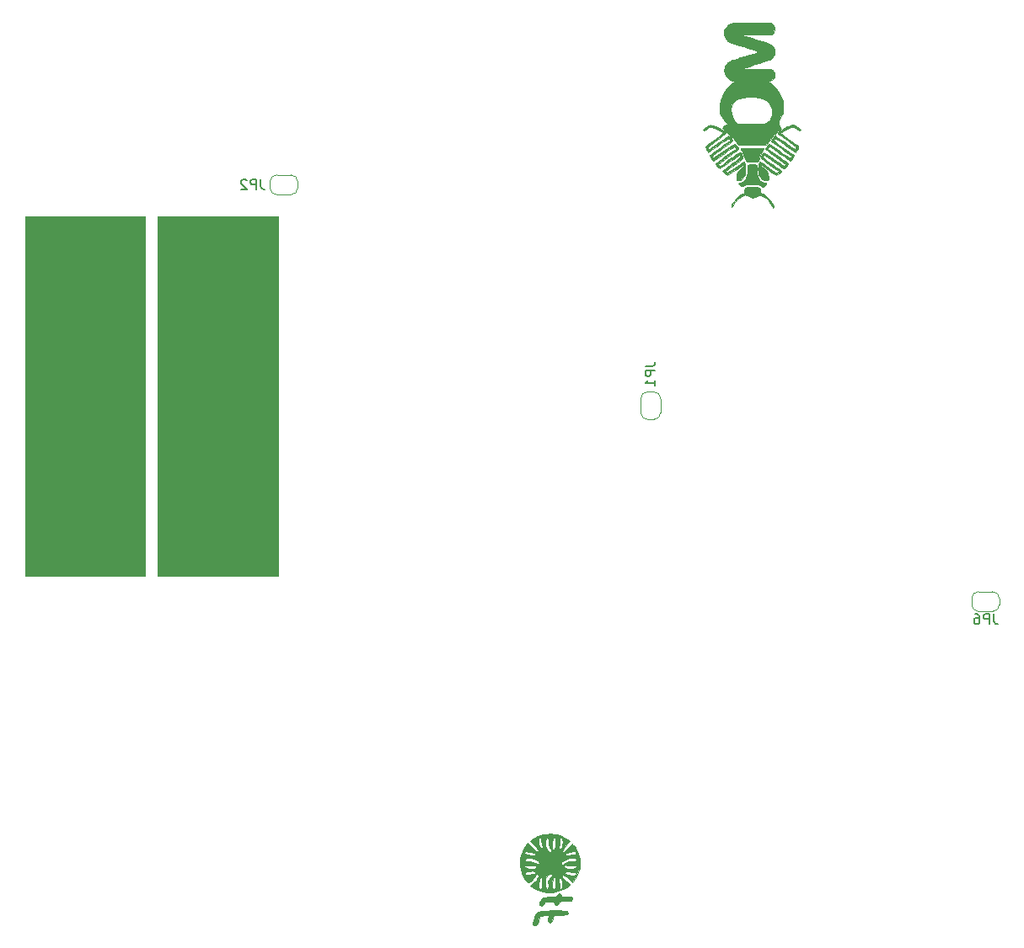
<source format=gbo>
G04 #@! TF.GenerationSoftware,KiCad,Pcbnew,5.1.5+dfsg1-2build2*
G04 #@! TF.CreationDate,2023-03-02T23:19:54+01:00*
G04 #@! TF.ProjectId,RSensHub,5253656e-7348-4756-922e-6b696361645f,rev?*
G04 #@! TF.SameCoordinates,Original*
G04 #@! TF.FileFunction,Legend,Bot*
G04 #@! TF.FilePolarity,Positive*
%FSLAX46Y46*%
G04 Gerber Fmt 4.6, Leading zero omitted, Abs format (unit mm)*
G04 Created by KiCad (PCBNEW 5.1.5+dfsg1-2build2) date 2023-03-02 23:19:54*
%MOMM*%
%LPD*%
G04 APERTURE LIST*
%ADD10C,0.100000*%
%ADD11C,0.010000*%
%ADD12C,0.120000*%
%ADD13C,0.150000*%
G04 APERTURE END LIST*
D10*
G36*
X334645000Y-85090000D02*
G01*
X322580000Y-85090000D01*
X322580000Y-48895000D01*
X334645000Y-48895000D01*
X334645000Y-85090000D01*
G37*
X334645000Y-85090000D02*
X322580000Y-85090000D01*
X322580000Y-48895000D01*
X334645000Y-48895000D01*
X334645000Y-85090000D01*
G36*
X321310000Y-85090000D02*
G01*
X309245000Y-85090000D01*
X309245000Y-48895000D01*
X321310000Y-48895000D01*
X321310000Y-85090000D01*
G37*
X321310000Y-85090000D02*
X309245000Y-85090000D01*
X309245000Y-48895000D01*
X321310000Y-48895000D01*
X321310000Y-85090000D01*
D11*
G36*
X382906840Y-44346142D02*
G01*
X382926878Y-44552095D01*
X382963654Y-44702252D01*
X383029787Y-44837123D01*
X383087234Y-44925276D01*
X383276819Y-45134868D01*
X383498267Y-45255087D01*
X383733315Y-45289838D01*
X383848045Y-45276608D01*
X383915942Y-45224422D01*
X383948422Y-45114544D01*
X383956904Y-44928233D01*
X383956907Y-44922868D01*
X383910191Y-44628396D01*
X383775872Y-44350450D01*
X383562695Y-44102542D01*
X383302302Y-43911357D01*
X383171314Y-43818845D01*
X383118461Y-43743546D01*
X383120142Y-43723376D01*
X383158654Y-43714462D01*
X383252767Y-43755793D01*
X383408267Y-43850649D01*
X383630941Y-44002310D01*
X383707890Y-44056664D01*
X383932963Y-44216492D01*
X384151043Y-44371138D01*
X384339742Y-44504741D01*
X384476672Y-44601438D01*
X384495532Y-44614711D01*
X384720875Y-44773156D01*
X384967860Y-44591852D01*
X385108528Y-44475003D01*
X385188022Y-44379324D01*
X385200110Y-44334031D01*
X385158087Y-44284804D01*
X385048564Y-44189369D01*
X384883010Y-44056796D01*
X384672896Y-43896155D01*
X384429691Y-43716516D01*
X384308454Y-43628990D01*
X384053426Y-43445762D01*
X383824858Y-43280712D01*
X383634373Y-43142300D01*
X383493593Y-43038987D01*
X383414142Y-42979234D01*
X383401265Y-42968578D01*
X383399412Y-42907925D01*
X383436278Y-42812094D01*
X383501561Y-42687498D01*
X384464244Y-43367995D01*
X384733612Y-43557730D01*
X384978318Y-43728807D01*
X385186931Y-43873340D01*
X385348022Y-43983442D01*
X385450160Y-44051227D01*
X385480718Y-44069378D01*
X385534102Y-44045931D01*
X385625460Y-43969760D01*
X385732889Y-43863685D01*
X385834483Y-43750525D01*
X385908340Y-43653097D01*
X385932998Y-43598202D01*
X385895298Y-43560846D01*
X385789062Y-43475744D01*
X385624589Y-43350619D01*
X385412177Y-43193197D01*
X385162124Y-43011203D01*
X384897960Y-42821781D01*
X384621646Y-42623923D01*
X384373045Y-42443819D01*
X384162459Y-42289101D01*
X384000186Y-42167402D01*
X383896526Y-42086352D01*
X383861717Y-42053907D01*
X383888678Y-41998080D01*
X383944858Y-41923173D01*
X383972570Y-41893752D01*
X384003977Y-41878205D01*
X384048905Y-41882042D01*
X384117176Y-41910773D01*
X384218614Y-41969907D01*
X384363043Y-42064954D01*
X384560286Y-42201425D01*
X384820167Y-42384828D01*
X385017249Y-42524660D01*
X385292019Y-42719177D01*
X385544033Y-42896556D01*
X385761622Y-43048667D01*
X385933117Y-43167380D01*
X386046850Y-43244563D01*
X386087859Y-43270653D01*
X386144109Y-43280930D01*
X386206696Y-43239555D01*
X386291986Y-43133037D01*
X386340895Y-43062097D01*
X386429549Y-42925337D01*
X386491195Y-42820461D01*
X386511366Y-42774117D01*
X386473662Y-42737905D01*
X386367542Y-42654133D01*
X386203498Y-42530609D01*
X385992020Y-42375141D01*
X385743601Y-42195538D01*
X385511272Y-42029757D01*
X385237095Y-41834991D01*
X384988106Y-41657633D01*
X384775379Y-41505612D01*
X384609989Y-41386857D01*
X384503013Y-41309295D01*
X384466528Y-41281891D01*
X384459569Y-41224986D01*
X384507603Y-41149915D01*
X384582345Y-41087054D01*
X384655509Y-41066780D01*
X384664523Y-41069261D01*
X384720321Y-41103089D01*
X384842685Y-41184882D01*
X385019807Y-41306492D01*
X385239874Y-41459768D01*
X385491078Y-41636561D01*
X385651452Y-41750265D01*
X385915756Y-41937293D01*
X386156109Y-42105724D01*
X386360674Y-42247394D01*
X386517614Y-42354143D01*
X386615092Y-42417809D01*
X386640069Y-42431916D01*
X386689587Y-42404707D01*
X386756008Y-42312971D01*
X386826143Y-42183757D01*
X386886802Y-42044114D01*
X386924796Y-41921093D01*
X386927343Y-41842764D01*
X386882846Y-41798682D01*
X386770944Y-41708303D01*
X386603309Y-41580458D01*
X386391612Y-41423976D01*
X386147525Y-41247686D01*
X386033214Y-41166360D01*
X385780427Y-40985873D01*
X385556449Y-40823153D01*
X385372536Y-40686609D01*
X385239946Y-40584650D01*
X385169933Y-40525688D01*
X385161841Y-40515342D01*
X385201212Y-40468058D01*
X385305497Y-40389290D01*
X385453953Y-40291768D01*
X385625837Y-40188224D01*
X385800405Y-40091386D01*
X385956914Y-40013985D01*
X386026114Y-39984942D01*
X386221811Y-39919634D01*
X386373057Y-39900919D01*
X386513979Y-39933237D01*
X386678704Y-40021026D01*
X386773154Y-40082114D01*
X386918893Y-40172422D01*
X387034450Y-40231910D01*
X387096490Y-40248692D01*
X387098486Y-40247807D01*
X387137036Y-40191584D01*
X387100273Y-40111257D01*
X386983802Y-40000764D01*
X386843168Y-39895628D01*
X386683468Y-39787620D01*
X386568424Y-39727665D01*
X386466624Y-39704604D01*
X386346659Y-39707279D01*
X386319806Y-39709720D01*
X386153881Y-39743002D01*
X385951267Y-39807587D01*
X385783166Y-39877250D01*
X385595887Y-39975346D01*
X385400950Y-40093336D01*
X385215419Y-40218774D01*
X385056360Y-40339215D01*
X384940838Y-40442214D01*
X384885917Y-40515327D01*
X384884474Y-40532645D01*
X384927409Y-40576494D01*
X385037542Y-40667260D01*
X385203424Y-40796125D01*
X385413603Y-40954276D01*
X385656630Y-41132894D01*
X385781311Y-41223114D01*
X386036185Y-41406953D01*
X386264504Y-41572277D01*
X386454729Y-41710676D01*
X386595320Y-41813744D01*
X386674739Y-41873073D01*
X386687780Y-41883583D01*
X386699987Y-41947889D01*
X386680702Y-42045310D01*
X386643231Y-42129759D01*
X386608837Y-42157011D01*
X386558440Y-42130196D01*
X386441046Y-42054868D01*
X386267983Y-41938700D01*
X386050580Y-41789369D01*
X385800163Y-41614549D01*
X385612886Y-41482248D01*
X385345318Y-41294037D01*
X385101892Y-41126043D01*
X384894149Y-40985968D01*
X384733625Y-40881513D01*
X384631859Y-40820381D01*
X384601975Y-40807486D01*
X384540904Y-40842900D01*
X384448021Y-40931599D01*
X384345881Y-41047265D01*
X384257037Y-41163580D01*
X384204043Y-41254229D01*
X384197894Y-41278991D01*
X384235705Y-41319649D01*
X384342244Y-41407604D01*
X384507175Y-41535014D01*
X384720159Y-41694036D01*
X384970859Y-41876827D01*
X385234137Y-42065068D01*
X385510684Y-42262059D01*
X385759336Y-42441211D01*
X385969803Y-42594943D01*
X386131798Y-42715679D01*
X386235033Y-42795841D01*
X386269308Y-42827558D01*
X386241238Y-42881966D01*
X386184963Y-42958127D01*
X386158319Y-42987718D01*
X386128173Y-43003945D01*
X386084998Y-43001391D01*
X386019268Y-42974637D01*
X385921455Y-42918267D01*
X385782033Y-42826862D01*
X385591474Y-42695005D01*
X385340251Y-42517278D01*
X385065446Y-42321496D01*
X384786418Y-42123902D01*
X384531656Y-41946093D01*
X384312060Y-41795467D01*
X384138531Y-41679423D01*
X384021969Y-41605360D01*
X383973981Y-41580627D01*
X383922192Y-41617199D01*
X383842872Y-41710965D01*
X383754800Y-41834578D01*
X383676757Y-41960690D01*
X383627523Y-42061955D01*
X383619526Y-42096790D01*
X383657271Y-42137520D01*
X383763628Y-42225723D01*
X383928282Y-42353534D01*
X384140915Y-42513090D01*
X384391212Y-42696526D01*
X384654675Y-42885884D01*
X385689825Y-43623145D01*
X385587642Y-43731914D01*
X385511803Y-43803579D01*
X385452125Y-43809730D01*
X385361975Y-43754726D01*
X385359798Y-43753211D01*
X385283444Y-43699764D01*
X385142058Y-43600518D01*
X384949431Y-43465162D01*
X384719350Y-43303387D01*
X384465607Y-43124883D01*
X384391233Y-43072546D01*
X384137640Y-42895624D01*
X383907275Y-42737821D01*
X383712904Y-42607646D01*
X383567287Y-42513608D01*
X383483190Y-42464214D01*
X383471122Y-42459163D01*
X383411895Y-42477226D01*
X383344549Y-42568764D01*
X383271591Y-42719719D01*
X383211409Y-42870938D01*
X383175720Y-42986989D01*
X383171661Y-43038728D01*
X383215876Y-43076505D01*
X383327470Y-43161324D01*
X383494977Y-43284775D01*
X383706927Y-43438449D01*
X383951854Y-43613933D01*
X384086441Y-43709595D01*
X384978829Y-44342201D01*
X384865496Y-44429369D01*
X384775556Y-44492108D01*
X384723206Y-44517609D01*
X384675613Y-44491425D01*
X384564955Y-44418825D01*
X384406214Y-44309966D01*
X384214372Y-44175003D01*
X384148910Y-44128298D01*
X383922329Y-43967122D01*
X383697677Y-43809096D01*
X383499525Y-43671398D01*
X383352446Y-43571200D01*
X383341276Y-43563760D01*
X383199113Y-43471980D01*
X383113663Y-43429159D01*
X383062354Y-43429430D01*
X383022613Y-43466928D01*
X383013849Y-43478678D01*
X382950021Y-43626147D01*
X382911115Y-43850736D01*
X382899171Y-44135926D01*
X382906840Y-44346142D01*
G37*
X382906840Y-44346142D02*
X382926878Y-44552095D01*
X382963654Y-44702252D01*
X383029787Y-44837123D01*
X383087234Y-44925276D01*
X383276819Y-45134868D01*
X383498267Y-45255087D01*
X383733315Y-45289838D01*
X383848045Y-45276608D01*
X383915942Y-45224422D01*
X383948422Y-45114544D01*
X383956904Y-44928233D01*
X383956907Y-44922868D01*
X383910191Y-44628396D01*
X383775872Y-44350450D01*
X383562695Y-44102542D01*
X383302302Y-43911357D01*
X383171314Y-43818845D01*
X383118461Y-43743546D01*
X383120142Y-43723376D01*
X383158654Y-43714462D01*
X383252767Y-43755793D01*
X383408267Y-43850649D01*
X383630941Y-44002310D01*
X383707890Y-44056664D01*
X383932963Y-44216492D01*
X384151043Y-44371138D01*
X384339742Y-44504741D01*
X384476672Y-44601438D01*
X384495532Y-44614711D01*
X384720875Y-44773156D01*
X384967860Y-44591852D01*
X385108528Y-44475003D01*
X385188022Y-44379324D01*
X385200110Y-44334031D01*
X385158087Y-44284804D01*
X385048564Y-44189369D01*
X384883010Y-44056796D01*
X384672896Y-43896155D01*
X384429691Y-43716516D01*
X384308454Y-43628990D01*
X384053426Y-43445762D01*
X383824858Y-43280712D01*
X383634373Y-43142300D01*
X383493593Y-43038987D01*
X383414142Y-42979234D01*
X383401265Y-42968578D01*
X383399412Y-42907925D01*
X383436278Y-42812094D01*
X383501561Y-42687498D01*
X384464244Y-43367995D01*
X384733612Y-43557730D01*
X384978318Y-43728807D01*
X385186931Y-43873340D01*
X385348022Y-43983442D01*
X385450160Y-44051227D01*
X385480718Y-44069378D01*
X385534102Y-44045931D01*
X385625460Y-43969760D01*
X385732889Y-43863685D01*
X385834483Y-43750525D01*
X385908340Y-43653097D01*
X385932998Y-43598202D01*
X385895298Y-43560846D01*
X385789062Y-43475744D01*
X385624589Y-43350619D01*
X385412177Y-43193197D01*
X385162124Y-43011203D01*
X384897960Y-42821781D01*
X384621646Y-42623923D01*
X384373045Y-42443819D01*
X384162459Y-42289101D01*
X384000186Y-42167402D01*
X383896526Y-42086352D01*
X383861717Y-42053907D01*
X383888678Y-41998080D01*
X383944858Y-41923173D01*
X383972570Y-41893752D01*
X384003977Y-41878205D01*
X384048905Y-41882042D01*
X384117176Y-41910773D01*
X384218614Y-41969907D01*
X384363043Y-42064954D01*
X384560286Y-42201425D01*
X384820167Y-42384828D01*
X385017249Y-42524660D01*
X385292019Y-42719177D01*
X385544033Y-42896556D01*
X385761622Y-43048667D01*
X385933117Y-43167380D01*
X386046850Y-43244563D01*
X386087859Y-43270653D01*
X386144109Y-43280930D01*
X386206696Y-43239555D01*
X386291986Y-43133037D01*
X386340895Y-43062097D01*
X386429549Y-42925337D01*
X386491195Y-42820461D01*
X386511366Y-42774117D01*
X386473662Y-42737905D01*
X386367542Y-42654133D01*
X386203498Y-42530609D01*
X385992020Y-42375141D01*
X385743601Y-42195538D01*
X385511272Y-42029757D01*
X385237095Y-41834991D01*
X384988106Y-41657633D01*
X384775379Y-41505612D01*
X384609989Y-41386857D01*
X384503013Y-41309295D01*
X384466528Y-41281891D01*
X384459569Y-41224986D01*
X384507603Y-41149915D01*
X384582345Y-41087054D01*
X384655509Y-41066780D01*
X384664523Y-41069261D01*
X384720321Y-41103089D01*
X384842685Y-41184882D01*
X385019807Y-41306492D01*
X385239874Y-41459768D01*
X385491078Y-41636561D01*
X385651452Y-41750265D01*
X385915756Y-41937293D01*
X386156109Y-42105724D01*
X386360674Y-42247394D01*
X386517614Y-42354143D01*
X386615092Y-42417809D01*
X386640069Y-42431916D01*
X386689587Y-42404707D01*
X386756008Y-42312971D01*
X386826143Y-42183757D01*
X386886802Y-42044114D01*
X386924796Y-41921093D01*
X386927343Y-41842764D01*
X386882846Y-41798682D01*
X386770944Y-41708303D01*
X386603309Y-41580458D01*
X386391612Y-41423976D01*
X386147525Y-41247686D01*
X386033214Y-41166360D01*
X385780427Y-40985873D01*
X385556449Y-40823153D01*
X385372536Y-40686609D01*
X385239946Y-40584650D01*
X385169933Y-40525688D01*
X385161841Y-40515342D01*
X385201212Y-40468058D01*
X385305497Y-40389290D01*
X385453953Y-40291768D01*
X385625837Y-40188224D01*
X385800405Y-40091386D01*
X385956914Y-40013985D01*
X386026114Y-39984942D01*
X386221811Y-39919634D01*
X386373057Y-39900919D01*
X386513979Y-39933237D01*
X386678704Y-40021026D01*
X386773154Y-40082114D01*
X386918893Y-40172422D01*
X387034450Y-40231910D01*
X387096490Y-40248692D01*
X387098486Y-40247807D01*
X387137036Y-40191584D01*
X387100273Y-40111257D01*
X386983802Y-40000764D01*
X386843168Y-39895628D01*
X386683468Y-39787620D01*
X386568424Y-39727665D01*
X386466624Y-39704604D01*
X386346659Y-39707279D01*
X386319806Y-39709720D01*
X386153881Y-39743002D01*
X385951267Y-39807587D01*
X385783166Y-39877250D01*
X385595887Y-39975346D01*
X385400950Y-40093336D01*
X385215419Y-40218774D01*
X385056360Y-40339215D01*
X384940838Y-40442214D01*
X384885917Y-40515327D01*
X384884474Y-40532645D01*
X384927409Y-40576494D01*
X385037542Y-40667260D01*
X385203424Y-40796125D01*
X385413603Y-40954276D01*
X385656630Y-41132894D01*
X385781311Y-41223114D01*
X386036185Y-41406953D01*
X386264504Y-41572277D01*
X386454729Y-41710676D01*
X386595320Y-41813744D01*
X386674739Y-41873073D01*
X386687780Y-41883583D01*
X386699987Y-41947889D01*
X386680702Y-42045310D01*
X386643231Y-42129759D01*
X386608837Y-42157011D01*
X386558440Y-42130196D01*
X386441046Y-42054868D01*
X386267983Y-41938700D01*
X386050580Y-41789369D01*
X385800163Y-41614549D01*
X385612886Y-41482248D01*
X385345318Y-41294037D01*
X385101892Y-41126043D01*
X384894149Y-40985968D01*
X384733625Y-40881513D01*
X384631859Y-40820381D01*
X384601975Y-40807486D01*
X384540904Y-40842900D01*
X384448021Y-40931599D01*
X384345881Y-41047265D01*
X384257037Y-41163580D01*
X384204043Y-41254229D01*
X384197894Y-41278991D01*
X384235705Y-41319649D01*
X384342244Y-41407604D01*
X384507175Y-41535014D01*
X384720159Y-41694036D01*
X384970859Y-41876827D01*
X385234137Y-42065068D01*
X385510684Y-42262059D01*
X385759336Y-42441211D01*
X385969803Y-42594943D01*
X386131798Y-42715679D01*
X386235033Y-42795841D01*
X386269308Y-42827558D01*
X386241238Y-42881966D01*
X386184963Y-42958127D01*
X386158319Y-42987718D01*
X386128173Y-43003945D01*
X386084998Y-43001391D01*
X386019268Y-42974637D01*
X385921455Y-42918267D01*
X385782033Y-42826862D01*
X385591474Y-42695005D01*
X385340251Y-42517278D01*
X385065446Y-42321496D01*
X384786418Y-42123902D01*
X384531656Y-41946093D01*
X384312060Y-41795467D01*
X384138531Y-41679423D01*
X384021969Y-41605360D01*
X383973981Y-41580627D01*
X383922192Y-41617199D01*
X383842872Y-41710965D01*
X383754800Y-41834578D01*
X383676757Y-41960690D01*
X383627523Y-42061955D01*
X383619526Y-42096790D01*
X383657271Y-42137520D01*
X383763628Y-42225723D01*
X383928282Y-42353534D01*
X384140915Y-42513090D01*
X384391212Y-42696526D01*
X384654675Y-42885884D01*
X385689825Y-43623145D01*
X385587642Y-43731914D01*
X385511803Y-43803579D01*
X385452125Y-43809730D01*
X385361975Y-43754726D01*
X385359798Y-43753211D01*
X385283444Y-43699764D01*
X385142058Y-43600518D01*
X384949431Y-43465162D01*
X384719350Y-43303387D01*
X384465607Y-43124883D01*
X384391233Y-43072546D01*
X384137640Y-42895624D01*
X383907275Y-42737821D01*
X383712904Y-42607646D01*
X383567287Y-42513608D01*
X383483190Y-42464214D01*
X383471122Y-42459163D01*
X383411895Y-42477226D01*
X383344549Y-42568764D01*
X383271591Y-42719719D01*
X383211409Y-42870938D01*
X383175720Y-42986989D01*
X383171661Y-43038728D01*
X383215876Y-43076505D01*
X383327470Y-43161324D01*
X383494977Y-43284775D01*
X383706927Y-43438449D01*
X383951854Y-43613933D01*
X384086441Y-43709595D01*
X384978829Y-44342201D01*
X384865496Y-44429369D01*
X384775556Y-44492108D01*
X384723206Y-44517609D01*
X384675613Y-44491425D01*
X384564955Y-44418825D01*
X384406214Y-44309966D01*
X384214372Y-44175003D01*
X384148910Y-44128298D01*
X383922329Y-43967122D01*
X383697677Y-43809096D01*
X383499525Y-43671398D01*
X383352446Y-43571200D01*
X383341276Y-43563760D01*
X383199113Y-43471980D01*
X383113663Y-43429159D01*
X383062354Y-43429430D01*
X383022613Y-43466928D01*
X383013849Y-43478678D01*
X382950021Y-43626147D01*
X382911115Y-43850736D01*
X382899171Y-44135926D01*
X382906840Y-44346142D01*
G36*
X379067150Y-38482639D02*
G01*
X379085392Y-38576347D01*
X379187156Y-38846041D01*
X379347292Y-39107600D01*
X379542827Y-39327883D01*
X379680523Y-39434822D01*
X379894928Y-39570465D01*
X379672692Y-39683511D01*
X379525243Y-39772660D01*
X379404651Y-39869870D01*
X379367736Y-39911304D01*
X379332198Y-39965895D01*
X379324434Y-40012825D01*
X379355042Y-40067811D01*
X379434619Y-40146568D01*
X379573763Y-40264816D01*
X379647012Y-40325483D01*
X380015048Y-40662656D01*
X380380246Y-41057538D01*
X380711000Y-41475837D01*
X380724306Y-41494298D01*
X380888618Y-41723235D01*
X381885188Y-41723235D01*
X382219801Y-41721683D01*
X382553173Y-41717365D01*
X382861655Y-41710788D01*
X383121594Y-41702458D01*
X383309340Y-41692882D01*
X383312648Y-41692650D01*
X383743540Y-41662064D01*
X383934569Y-41398423D01*
X384088166Y-41204524D01*
X384291292Y-40973161D01*
X384520115Y-40729315D01*
X384750804Y-40497965D01*
X384959527Y-40304093D01*
X385056722Y-40222173D01*
X385264886Y-40055897D01*
X385092870Y-39800282D01*
X385002458Y-39652324D01*
X384940156Y-39524348D01*
X384920854Y-39454116D01*
X384942052Y-39376585D01*
X384999572Y-39235075D01*
X385084300Y-39050626D01*
X385173890Y-38869966D01*
X385284993Y-38648795D01*
X385358439Y-38484534D01*
X385402581Y-38349392D01*
X385425776Y-38215575D01*
X385436378Y-38055291D01*
X385438613Y-37989365D01*
X385414954Y-37536156D01*
X385357631Y-37257605D01*
X385175580Y-36754920D01*
X384913995Y-36289729D01*
X384583020Y-35876028D01*
X384192799Y-35527815D01*
X384015359Y-35405526D01*
X383793443Y-35264791D01*
X383949865Y-35264791D01*
X384161099Y-35225970D01*
X384352494Y-35122951D01*
X384460054Y-35013355D01*
X384512904Y-34875956D01*
X384532938Y-34688085D01*
X384519860Y-34490016D01*
X384473375Y-34322019D01*
X384465252Y-34305239D01*
X384425567Y-34236557D01*
X384378269Y-34181216D01*
X384313491Y-34138059D01*
X384221370Y-34105929D01*
X384092041Y-34083667D01*
X383915637Y-34070116D01*
X383682295Y-34064117D01*
X383382149Y-34064514D01*
X383005333Y-34070147D01*
X382544508Y-34079804D01*
X382492632Y-34080860D01*
X382492632Y-36870166D01*
X382964547Y-36922982D01*
X383369619Y-37034473D01*
X383705002Y-37202857D01*
X383967853Y-37426348D01*
X384155327Y-37703162D01*
X384264579Y-38031515D01*
X384293818Y-38343829D01*
X384286382Y-38550198D01*
X384266461Y-38745360D01*
X384239275Y-38883338D01*
X384126095Y-39120530D01*
X383948326Y-39334506D01*
X383735050Y-39491695D01*
X383695231Y-39511323D01*
X383628216Y-39537985D01*
X383550344Y-39558815D01*
X383449433Y-39574531D01*
X383313304Y-39585849D01*
X383129773Y-39593487D01*
X382886661Y-39598161D01*
X382571786Y-39600588D01*
X382172966Y-39601486D01*
X382163233Y-39601493D01*
X380827434Y-39602552D01*
X380653971Y-39450249D01*
X380452525Y-39215442D01*
X380299006Y-38919837D01*
X380202396Y-38590816D01*
X380171681Y-38255760D01*
X380192191Y-38042869D01*
X380269580Y-37734387D01*
X380382412Y-37484095D01*
X380540042Y-37285817D01*
X380751822Y-37133376D01*
X381027109Y-37020596D01*
X381375254Y-36941302D01*
X381805613Y-36889316D01*
X381956717Y-36877812D01*
X382492632Y-36870166D01*
X382492632Y-34080860D01*
X382170405Y-34087420D01*
X381830306Y-34092957D01*
X381535343Y-34096341D01*
X381296647Y-34097503D01*
X381125350Y-34096369D01*
X381032586Y-34092870D01*
X381019264Y-34089594D01*
X381069728Y-34070304D01*
X381201636Y-34026896D01*
X381404050Y-33962779D01*
X381666032Y-33881359D01*
X381976645Y-33786043D01*
X382324950Y-33680240D01*
X382584806Y-33601920D01*
X383028376Y-33468012D01*
X383389127Y-33356654D01*
X383676765Y-33263348D01*
X383900992Y-33183594D01*
X384071512Y-33112895D01*
X384198030Y-33046752D01*
X384290250Y-32980668D01*
X384357874Y-32910143D01*
X384410608Y-32830680D01*
X384458154Y-32737780D01*
X384460756Y-32732309D01*
X384511413Y-32557964D01*
X384533112Y-32338378D01*
X384524012Y-32120812D01*
X384490368Y-31971926D01*
X384428695Y-31867057D01*
X384325526Y-31740346D01*
X384276115Y-31689344D01*
X384222100Y-31641656D01*
X384157135Y-31597075D01*
X384070800Y-31551783D01*
X383952677Y-31501961D01*
X383792345Y-31443792D01*
X383579387Y-31373457D01*
X383303383Y-31287138D01*
X382953914Y-31181017D01*
X382597968Y-31074378D01*
X382229861Y-30964296D01*
X381888454Y-30861870D01*
X381585488Y-30770649D01*
X381332706Y-30694181D01*
X381141850Y-30636014D01*
X381024664Y-30599696D01*
X380994738Y-30589920D01*
X381018545Y-30582659D01*
X381128564Y-30577239D01*
X381314628Y-30573727D01*
X381566570Y-30572193D01*
X381874222Y-30572705D01*
X382227418Y-30575331D01*
X382562876Y-30579375D01*
X384225442Y-30602787D01*
X384358783Y-30487774D01*
X384489235Y-30316718D01*
X384547686Y-30108617D01*
X384534742Y-29889832D01*
X384451009Y-29686724D01*
X384337378Y-29556504D01*
X384190498Y-29432913D01*
X382191613Y-29432913D01*
X381684292Y-29432920D01*
X381263933Y-29433718D01*
X380921103Y-29436466D01*
X380646370Y-29442326D01*
X380430300Y-29452460D01*
X380263461Y-29468029D01*
X380136421Y-29490194D01*
X380039748Y-29520116D01*
X379964008Y-29558957D01*
X379899769Y-29607877D01*
X379837599Y-29668039D01*
X379778230Y-29730034D01*
X379591020Y-29988793D01*
X379491314Y-30273665D01*
X379479518Y-30569452D01*
X379556041Y-30860959D01*
X379721293Y-31132987D01*
X379739943Y-31155308D01*
X379790312Y-31212001D01*
X379842624Y-31261885D01*
X379905993Y-31308441D01*
X379989537Y-31355155D01*
X380102370Y-31405511D01*
X380253608Y-31462992D01*
X380452368Y-31531083D01*
X380707764Y-31613268D01*
X381028912Y-31713031D01*
X381424929Y-31833856D01*
X381860323Y-31965735D01*
X382166699Y-32059067D01*
X382443892Y-32144753D01*
X382677961Y-32218381D01*
X382854965Y-32275542D01*
X382960964Y-32311825D01*
X382983605Y-32321092D01*
X382955099Y-32342918D01*
X382843452Y-32388451D01*
X382658091Y-32454506D01*
X382408443Y-32537899D01*
X382103935Y-32635445D01*
X381753994Y-32743960D01*
X381537685Y-32809539D01*
X381120878Y-32935346D01*
X380785876Y-33037943D01*
X380522004Y-33121315D01*
X380318587Y-33189449D01*
X380164951Y-33246331D01*
X380050422Y-33295947D01*
X379964326Y-33342283D01*
X379895987Y-33389325D01*
X379834732Y-33441059D01*
X379826519Y-33448533D01*
X379633419Y-33682209D01*
X379520583Y-33943308D01*
X379483199Y-34216712D01*
X379516457Y-34487304D01*
X379615545Y-34739968D01*
X379775653Y-34959588D01*
X379991969Y-35131045D01*
X380259683Y-35239225D01*
X380404368Y-35264168D01*
X380644242Y-35288890D01*
X380371256Y-35476481D01*
X379989671Y-35792327D01*
X379651824Y-36178086D01*
X379374922Y-36610996D01*
X379182999Y-37048093D01*
X379119113Y-37296144D01*
X379073515Y-37596047D01*
X379048274Y-37915380D01*
X379045462Y-38221719D01*
X379067150Y-38482639D01*
G37*
X379067150Y-38482639D02*
X379085392Y-38576347D01*
X379187156Y-38846041D01*
X379347292Y-39107600D01*
X379542827Y-39327883D01*
X379680523Y-39434822D01*
X379894928Y-39570465D01*
X379672692Y-39683511D01*
X379525243Y-39772660D01*
X379404651Y-39869870D01*
X379367736Y-39911304D01*
X379332198Y-39965895D01*
X379324434Y-40012825D01*
X379355042Y-40067811D01*
X379434619Y-40146568D01*
X379573763Y-40264816D01*
X379647012Y-40325483D01*
X380015048Y-40662656D01*
X380380246Y-41057538D01*
X380711000Y-41475837D01*
X380724306Y-41494298D01*
X380888618Y-41723235D01*
X381885188Y-41723235D01*
X382219801Y-41721683D01*
X382553173Y-41717365D01*
X382861655Y-41710788D01*
X383121594Y-41702458D01*
X383309340Y-41692882D01*
X383312648Y-41692650D01*
X383743540Y-41662064D01*
X383934569Y-41398423D01*
X384088166Y-41204524D01*
X384291292Y-40973161D01*
X384520115Y-40729315D01*
X384750804Y-40497965D01*
X384959527Y-40304093D01*
X385056722Y-40222173D01*
X385264886Y-40055897D01*
X385092870Y-39800282D01*
X385002458Y-39652324D01*
X384940156Y-39524348D01*
X384920854Y-39454116D01*
X384942052Y-39376585D01*
X384999572Y-39235075D01*
X385084300Y-39050626D01*
X385173890Y-38869966D01*
X385284993Y-38648795D01*
X385358439Y-38484534D01*
X385402581Y-38349392D01*
X385425776Y-38215575D01*
X385436378Y-38055291D01*
X385438613Y-37989365D01*
X385414954Y-37536156D01*
X385357631Y-37257605D01*
X385175580Y-36754920D01*
X384913995Y-36289729D01*
X384583020Y-35876028D01*
X384192799Y-35527815D01*
X384015359Y-35405526D01*
X383793443Y-35264791D01*
X383949865Y-35264791D01*
X384161099Y-35225970D01*
X384352494Y-35122951D01*
X384460054Y-35013355D01*
X384512904Y-34875956D01*
X384532938Y-34688085D01*
X384519860Y-34490016D01*
X384473375Y-34322019D01*
X384465252Y-34305239D01*
X384425567Y-34236557D01*
X384378269Y-34181216D01*
X384313491Y-34138059D01*
X384221370Y-34105929D01*
X384092041Y-34083667D01*
X383915637Y-34070116D01*
X383682295Y-34064117D01*
X383382149Y-34064514D01*
X383005333Y-34070147D01*
X382544508Y-34079804D01*
X382492632Y-34080860D01*
X382492632Y-36870166D01*
X382964547Y-36922982D01*
X383369619Y-37034473D01*
X383705002Y-37202857D01*
X383967853Y-37426348D01*
X384155327Y-37703162D01*
X384264579Y-38031515D01*
X384293818Y-38343829D01*
X384286382Y-38550198D01*
X384266461Y-38745360D01*
X384239275Y-38883338D01*
X384126095Y-39120530D01*
X383948326Y-39334506D01*
X383735050Y-39491695D01*
X383695231Y-39511323D01*
X383628216Y-39537985D01*
X383550344Y-39558815D01*
X383449433Y-39574531D01*
X383313304Y-39585849D01*
X383129773Y-39593487D01*
X382886661Y-39598161D01*
X382571786Y-39600588D01*
X382172966Y-39601486D01*
X382163233Y-39601493D01*
X380827434Y-39602552D01*
X380653971Y-39450249D01*
X380452525Y-39215442D01*
X380299006Y-38919837D01*
X380202396Y-38590816D01*
X380171681Y-38255760D01*
X380192191Y-38042869D01*
X380269580Y-37734387D01*
X380382412Y-37484095D01*
X380540042Y-37285817D01*
X380751822Y-37133376D01*
X381027109Y-37020596D01*
X381375254Y-36941302D01*
X381805613Y-36889316D01*
X381956717Y-36877812D01*
X382492632Y-36870166D01*
X382492632Y-34080860D01*
X382170405Y-34087420D01*
X381830306Y-34092957D01*
X381535343Y-34096341D01*
X381296647Y-34097503D01*
X381125350Y-34096369D01*
X381032586Y-34092870D01*
X381019264Y-34089594D01*
X381069728Y-34070304D01*
X381201636Y-34026896D01*
X381404050Y-33962779D01*
X381666032Y-33881359D01*
X381976645Y-33786043D01*
X382324950Y-33680240D01*
X382584806Y-33601920D01*
X383028376Y-33468012D01*
X383389127Y-33356654D01*
X383676765Y-33263348D01*
X383900992Y-33183594D01*
X384071512Y-33112895D01*
X384198030Y-33046752D01*
X384290250Y-32980668D01*
X384357874Y-32910143D01*
X384410608Y-32830680D01*
X384458154Y-32737780D01*
X384460756Y-32732309D01*
X384511413Y-32557964D01*
X384533112Y-32338378D01*
X384524012Y-32120812D01*
X384490368Y-31971926D01*
X384428695Y-31867057D01*
X384325526Y-31740346D01*
X384276115Y-31689344D01*
X384222100Y-31641656D01*
X384157135Y-31597075D01*
X384070800Y-31551783D01*
X383952677Y-31501961D01*
X383792345Y-31443792D01*
X383579387Y-31373457D01*
X383303383Y-31287138D01*
X382953914Y-31181017D01*
X382597968Y-31074378D01*
X382229861Y-30964296D01*
X381888454Y-30861870D01*
X381585488Y-30770649D01*
X381332706Y-30694181D01*
X381141850Y-30636014D01*
X381024664Y-30599696D01*
X380994738Y-30589920D01*
X381018545Y-30582659D01*
X381128564Y-30577239D01*
X381314628Y-30573727D01*
X381566570Y-30572193D01*
X381874222Y-30572705D01*
X382227418Y-30575331D01*
X382562876Y-30579375D01*
X384225442Y-30602787D01*
X384358783Y-30487774D01*
X384489235Y-30316718D01*
X384547686Y-30108617D01*
X384534742Y-29889832D01*
X384451009Y-29686724D01*
X384337378Y-29556504D01*
X384190498Y-29432913D01*
X382191613Y-29432913D01*
X381684292Y-29432920D01*
X381263933Y-29433718D01*
X380921103Y-29436466D01*
X380646370Y-29442326D01*
X380430300Y-29452460D01*
X380263461Y-29468029D01*
X380136421Y-29490194D01*
X380039748Y-29520116D01*
X379964008Y-29558957D01*
X379899769Y-29607877D01*
X379837599Y-29668039D01*
X379778230Y-29730034D01*
X379591020Y-29988793D01*
X379491314Y-30273665D01*
X379479518Y-30569452D01*
X379556041Y-30860959D01*
X379721293Y-31132987D01*
X379739943Y-31155308D01*
X379790312Y-31212001D01*
X379842624Y-31261885D01*
X379905993Y-31308441D01*
X379989537Y-31355155D01*
X380102370Y-31405511D01*
X380253608Y-31462992D01*
X380452368Y-31531083D01*
X380707764Y-31613268D01*
X381028912Y-31713031D01*
X381424929Y-31833856D01*
X381860323Y-31965735D01*
X382166699Y-32059067D01*
X382443892Y-32144753D01*
X382677961Y-32218381D01*
X382854965Y-32275542D01*
X382960964Y-32311825D01*
X382983605Y-32321092D01*
X382955099Y-32342918D01*
X382843452Y-32388451D01*
X382658091Y-32454506D01*
X382408443Y-32537899D01*
X382103935Y-32635445D01*
X381753994Y-32743960D01*
X381537685Y-32809539D01*
X381120878Y-32935346D01*
X380785876Y-33037943D01*
X380522004Y-33121315D01*
X380318587Y-33189449D01*
X380164951Y-33246331D01*
X380050422Y-33295947D01*
X379964326Y-33342283D01*
X379895987Y-33389325D01*
X379834732Y-33441059D01*
X379826519Y-33448533D01*
X379633419Y-33682209D01*
X379520583Y-33943308D01*
X379483199Y-34216712D01*
X379516457Y-34487304D01*
X379615545Y-34739968D01*
X379775653Y-34959588D01*
X379991969Y-35131045D01*
X380259683Y-35239225D01*
X380404368Y-35264168D01*
X380644242Y-35288890D01*
X380371256Y-35476481D01*
X379989671Y-35792327D01*
X379651824Y-36178086D01*
X379374922Y-36610996D01*
X379182999Y-37048093D01*
X379119113Y-37296144D01*
X379073515Y-37596047D01*
X379048274Y-37915380D01*
X379045462Y-38221719D01*
X379067150Y-38482639D01*
G36*
X380223717Y-47993336D02*
G01*
X380259325Y-47969860D01*
X380321694Y-47874305D01*
X380389877Y-47751822D01*
X380599955Y-47428625D01*
X380851949Y-47147784D01*
X381124600Y-46931484D01*
X381238727Y-46865945D01*
X381433396Y-46775320D01*
X381572680Y-46735919D01*
X381681568Y-46745753D01*
X381785050Y-46802835D01*
X381808398Y-46820610D01*
X382059545Y-46962513D01*
X382326314Y-47011927D01*
X382595706Y-46968412D01*
X382821562Y-46854978D01*
X382950018Y-46776071D01*
X383054338Y-46744776D01*
X383166514Y-46761432D01*
X383318538Y-46826378D01*
X383387882Y-46860987D01*
X383672303Y-47049551D01*
X383940453Y-47310741D01*
X384169556Y-47621008D01*
X384237869Y-47739772D01*
X384319065Y-47886851D01*
X384383096Y-47993151D01*
X384416814Y-48036924D01*
X384417608Y-48037087D01*
X384443177Y-47998008D01*
X384429281Y-47894829D01*
X384381567Y-47748639D01*
X384305679Y-47580529D01*
X384284796Y-47540912D01*
X384142612Y-47326491D01*
X383952377Y-47104924D01*
X383737545Y-46898590D01*
X383521572Y-46729868D01*
X383327911Y-46621138D01*
X383315835Y-46616367D01*
X383186773Y-46561747D01*
X383129720Y-46513652D01*
X383124926Y-46449066D01*
X383135257Y-46405930D01*
X383146351Y-46258291D01*
X383111439Y-46116304D01*
X383042270Y-46016053D01*
X383000981Y-45993533D01*
X382803558Y-45955389D01*
X382547097Y-45932282D01*
X382268072Y-45926200D01*
X382003482Y-45939087D01*
X381816026Y-45959514D01*
X381700201Y-45983888D01*
X381631418Y-46021921D01*
X381585085Y-46083323D01*
X381570728Y-46109987D01*
X381524463Y-46271784D01*
X381527846Y-46386750D01*
X381537047Y-46472725D01*
X381507534Y-46528518D01*
X381418929Y-46577432D01*
X381330311Y-46612643D01*
X381138245Y-46714161D01*
X380933738Y-46869272D01*
X380730641Y-47061442D01*
X380542804Y-47274143D01*
X380384077Y-47490842D01*
X380268311Y-47695008D01*
X380209354Y-47870110D01*
X380206889Y-47953534D01*
X380223717Y-47993336D01*
G37*
X380223717Y-47993336D02*
X380259325Y-47969860D01*
X380321694Y-47874305D01*
X380389877Y-47751822D01*
X380599955Y-47428625D01*
X380851949Y-47147784D01*
X381124600Y-46931484D01*
X381238727Y-46865945D01*
X381433396Y-46775320D01*
X381572680Y-46735919D01*
X381681568Y-46745753D01*
X381785050Y-46802835D01*
X381808398Y-46820610D01*
X382059545Y-46962513D01*
X382326314Y-47011927D01*
X382595706Y-46968412D01*
X382821562Y-46854978D01*
X382950018Y-46776071D01*
X383054338Y-46744776D01*
X383166514Y-46761432D01*
X383318538Y-46826378D01*
X383387882Y-46860987D01*
X383672303Y-47049551D01*
X383940453Y-47310741D01*
X384169556Y-47621008D01*
X384237869Y-47739772D01*
X384319065Y-47886851D01*
X384383096Y-47993151D01*
X384416814Y-48036924D01*
X384417608Y-48037087D01*
X384443177Y-47998008D01*
X384429281Y-47894829D01*
X384381567Y-47748639D01*
X384305679Y-47580529D01*
X384284796Y-47540912D01*
X384142612Y-47326491D01*
X383952377Y-47104924D01*
X383737545Y-46898590D01*
X383521572Y-46729868D01*
X383327911Y-46621138D01*
X383315835Y-46616367D01*
X383186773Y-46561747D01*
X383129720Y-46513652D01*
X383124926Y-46449066D01*
X383135257Y-46405930D01*
X383146351Y-46258291D01*
X383111439Y-46116304D01*
X383042270Y-46016053D01*
X383000981Y-45993533D01*
X382803558Y-45955389D01*
X382547097Y-45932282D01*
X382268072Y-45926200D01*
X382003482Y-45939087D01*
X381816026Y-45959514D01*
X381700201Y-45983888D01*
X381631418Y-46021921D01*
X381585085Y-46083323D01*
X381570728Y-46109987D01*
X381524463Y-46271784D01*
X381527846Y-46386750D01*
X381537047Y-46472725D01*
X381507534Y-46528518D01*
X381418929Y-46577432D01*
X381330311Y-46612643D01*
X381138245Y-46714161D01*
X380933738Y-46869272D01*
X380730641Y-47061442D01*
X380542804Y-47274143D01*
X380384077Y-47490842D01*
X380268311Y-47695008D01*
X380209354Y-47870110D01*
X380206889Y-47953534D01*
X380223717Y-47993336D01*
G36*
X381023606Y-45707230D02*
G01*
X381154207Y-45831618D01*
X381258933Y-45881532D01*
X381365765Y-45862441D01*
X381478876Y-45796218D01*
X381556658Y-45747248D01*
X381633339Y-45713655D01*
X381728643Y-45692558D01*
X381862295Y-45681075D01*
X382054020Y-45676322D01*
X382305590Y-45675417D01*
X382601104Y-45678541D01*
X382817779Y-45689020D01*
X382973004Y-45708520D01*
X383084164Y-45738705D01*
X383118219Y-45753205D01*
X383224436Y-45813851D01*
X383279848Y-45865487D01*
X383282144Y-45873698D01*
X383311058Y-45919433D01*
X383388536Y-45899852D01*
X383500681Y-45823059D01*
X383633596Y-45697158D01*
X383687242Y-45637448D01*
X383747283Y-45561807D01*
X383735590Y-45534475D01*
X383649546Y-45530825D01*
X383480877Y-45502662D01*
X383287759Y-45431179D01*
X383118850Y-45335884D01*
X383073941Y-45300050D01*
X382928761Y-45111750D01*
X382820473Y-44853834D01*
X382754532Y-44547815D01*
X382736395Y-44215200D01*
X382749596Y-44021453D01*
X382763838Y-43858060D01*
X382756302Y-43763612D01*
X382722876Y-43712293D01*
X382697788Y-43696121D01*
X382598269Y-43671409D01*
X382437479Y-43658811D01*
X382249791Y-43658431D01*
X382069578Y-43670375D01*
X381934613Y-43693783D01*
X381878546Y-43713619D01*
X381844479Y-43748225D01*
X381827907Y-43817614D01*
X381824323Y-43941803D01*
X381829221Y-44140805D01*
X381829804Y-44159273D01*
X381829290Y-44388609D01*
X381815751Y-44612986D01*
X381791935Y-44792178D01*
X381784189Y-44827237D01*
X381682231Y-45067347D01*
X381515207Y-45282762D01*
X381307063Y-45448167D01*
X381120001Y-45529401D01*
X380909850Y-45585599D01*
X381023606Y-45707230D01*
G37*
X381023606Y-45707230D02*
X381154207Y-45831618D01*
X381258933Y-45881532D01*
X381365765Y-45862441D01*
X381478876Y-45796218D01*
X381556658Y-45747248D01*
X381633339Y-45713655D01*
X381728643Y-45692558D01*
X381862295Y-45681075D01*
X382054020Y-45676322D01*
X382305590Y-45675417D01*
X382601104Y-45678541D01*
X382817779Y-45689020D01*
X382973004Y-45708520D01*
X383084164Y-45738705D01*
X383118219Y-45753205D01*
X383224436Y-45813851D01*
X383279848Y-45865487D01*
X383282144Y-45873698D01*
X383311058Y-45919433D01*
X383388536Y-45899852D01*
X383500681Y-45823059D01*
X383633596Y-45697158D01*
X383687242Y-45637448D01*
X383747283Y-45561807D01*
X383735590Y-45534475D01*
X383649546Y-45530825D01*
X383480877Y-45502662D01*
X383287759Y-45431179D01*
X383118850Y-45335884D01*
X383073941Y-45300050D01*
X382928761Y-45111750D01*
X382820473Y-44853834D01*
X382754532Y-44547815D01*
X382736395Y-44215200D01*
X382749596Y-44021453D01*
X382763838Y-43858060D01*
X382756302Y-43763612D01*
X382722876Y-43712293D01*
X382697788Y-43696121D01*
X382598269Y-43671409D01*
X382437479Y-43658811D01*
X382249791Y-43658431D01*
X382069578Y-43670375D01*
X381934613Y-43693783D01*
X381878546Y-43713619D01*
X381844479Y-43748225D01*
X381827907Y-43817614D01*
X381824323Y-43941803D01*
X381829221Y-44140805D01*
X381829804Y-44159273D01*
X381829290Y-44388609D01*
X381815751Y-44612986D01*
X381791935Y-44792178D01*
X381784189Y-44827237D01*
X381682231Y-45067347D01*
X381515207Y-45282762D01*
X381307063Y-45448167D01*
X381120001Y-45529401D01*
X380909850Y-45585599D01*
X381023606Y-45707230D01*
G36*
X381181957Y-42125538D02*
G01*
X381236371Y-42250727D01*
X381314090Y-42413364D01*
X381337121Y-42459448D01*
X381440452Y-42678402D01*
X381541552Y-42915790D01*
X381617485Y-43117290D01*
X381722188Y-43426905D01*
X382281450Y-43430573D01*
X382840711Y-43434241D01*
X382995530Y-43024563D01*
X383085347Y-42797665D01*
X383183761Y-42565794D01*
X383272317Y-42372120D01*
X383288543Y-42339126D01*
X383359930Y-42192988D01*
X383409847Y-42083761D01*
X383426736Y-42037892D01*
X383380758Y-42030721D01*
X383251697Y-42024331D01*
X383052864Y-42019021D01*
X382797569Y-42015091D01*
X382499123Y-42012840D01*
X382294099Y-42012419D01*
X381887040Y-42014505D01*
X381568211Y-42020702D01*
X381339666Y-42030921D01*
X381203462Y-42045072D01*
X381161461Y-42061820D01*
X381181957Y-42125538D01*
G37*
X381181957Y-42125538D02*
X381236371Y-42250727D01*
X381314090Y-42413364D01*
X381337121Y-42459448D01*
X381440452Y-42678402D01*
X381541552Y-42915790D01*
X381617485Y-43117290D01*
X381722188Y-43426905D01*
X382281450Y-43430573D01*
X382840711Y-43434241D01*
X382995530Y-43024563D01*
X383085347Y-42797665D01*
X383183761Y-42565794D01*
X383272317Y-42372120D01*
X383288543Y-42339126D01*
X383359930Y-42192988D01*
X383409847Y-42083761D01*
X383426736Y-42037892D01*
X383380758Y-42030721D01*
X383251697Y-42024331D01*
X383052864Y-42019021D01*
X382797569Y-42015091D01*
X382499123Y-42012840D01*
X382294099Y-42012419D01*
X381887040Y-42014505D01*
X381568211Y-42020702D01*
X381339666Y-42030921D01*
X381203462Y-42045072D01*
X381161461Y-42061820D01*
X381181957Y-42125538D01*
G36*
X377455277Y-40230296D02*
G01*
X377582580Y-40187600D01*
X377774724Y-40077851D01*
X377800955Y-40060427D01*
X377980174Y-39953329D01*
X378132190Y-39904935D01*
X378290063Y-39912766D01*
X378486854Y-39974348D01*
X378559957Y-40003564D01*
X378712217Y-40074526D01*
X378885689Y-40167931D01*
X379059645Y-40270874D01*
X379213353Y-40370451D01*
X379326084Y-40453756D01*
X379377107Y-40507886D01*
X379378160Y-40512912D01*
X379340550Y-40549260D01*
X379235227Y-40632476D01*
X379073447Y-40754153D01*
X378866467Y-40905882D01*
X378625545Y-41079256D01*
X378507419Y-41163255D01*
X378252853Y-41345543D01*
X378025515Y-41512015D01*
X377837094Y-41653808D01*
X377699276Y-41762064D01*
X377623750Y-41827922D01*
X377613290Y-41841116D01*
X377619102Y-41912207D01*
X377656179Y-42033678D01*
X377712248Y-42176584D01*
X377775035Y-42311983D01*
X377832264Y-42410932D01*
X377869340Y-42444895D01*
X377917760Y-42417758D01*
X378033571Y-42342113D01*
X378205736Y-42225499D01*
X378423219Y-42075454D01*
X378674983Y-41899516D01*
X378892471Y-41746033D01*
X379163240Y-41555029D01*
X379408099Y-41383982D01*
X379616098Y-41240405D01*
X379776288Y-41131810D01*
X379877721Y-41065709D01*
X379909194Y-41048472D01*
X379972099Y-41080758D01*
X380036473Y-41153971D01*
X380077454Y-41232646D01*
X380071764Y-41280352D01*
X379940936Y-41369902D01*
X379761567Y-41495491D01*
X379546304Y-41647987D01*
X379307793Y-41818254D01*
X379058683Y-41997159D01*
X378811618Y-42175568D01*
X378579248Y-42344347D01*
X378374217Y-42494363D01*
X378209175Y-42616481D01*
X378096766Y-42701567D01*
X378049639Y-42740488D01*
X378049199Y-42741096D01*
X378058531Y-42803213D01*
X378112305Y-42918091D01*
X378193756Y-43052823D01*
X378294083Y-43195171D01*
X378363884Y-43266804D01*
X378419375Y-43281309D01*
X378451555Y-43268808D01*
X378512684Y-43228818D01*
X378640718Y-43141187D01*
X378823951Y-43014063D01*
X379050677Y-42855593D01*
X379309191Y-42673925D01*
X379522752Y-42523212D01*
X379826639Y-42308666D01*
X380061714Y-42144342D01*
X380237821Y-42024740D01*
X380364803Y-41944358D01*
X380452504Y-41897694D01*
X380510768Y-41879248D01*
X380549439Y-41883518D01*
X380578360Y-41905002D01*
X380595143Y-41923884D01*
X380657452Y-42007740D01*
X380678604Y-42053907D01*
X380640647Y-42088932D01*
X380534202Y-42171679D01*
X380369666Y-42294472D01*
X380157434Y-42449632D01*
X379907903Y-42629484D01*
X379657829Y-42807675D01*
X379382213Y-43004585D01*
X379133511Y-43185208D01*
X378922360Y-43341577D01*
X378759399Y-43465728D01*
X378655268Y-43549695D01*
X378620671Y-43584232D01*
X378641863Y-43644999D01*
X378714169Y-43751088D01*
X378813335Y-43869705D01*
X379023268Y-44101583D01*
X379260960Y-43938109D01*
X379376383Y-43857765D01*
X379552966Y-43733648D01*
X379773404Y-43577977D01*
X380020392Y-43402973D01*
X380266358Y-43228163D01*
X380554584Y-43025928D01*
X380772909Y-42879741D01*
X380927206Y-42786066D01*
X381023346Y-42741364D01*
X381067201Y-42742100D01*
X381069020Y-42744683D01*
X381100637Y-42810221D01*
X381111054Y-42870214D01*
X381092125Y-42933274D01*
X381035705Y-43008014D01*
X380933646Y-43103048D01*
X380777803Y-43226988D01*
X380560031Y-43388447D01*
X380272183Y-43596037D01*
X380246176Y-43614686D01*
X379989328Y-43801698D01*
X379760144Y-43974055D01*
X379570003Y-44122748D01*
X379430280Y-44238771D01*
X379352354Y-44313115D01*
X379340073Y-44332072D01*
X379370308Y-44407791D01*
X379474389Y-44514724D01*
X379568114Y-44588896D01*
X379811074Y-44767245D01*
X380586288Y-44227272D01*
X380874111Y-44029474D01*
X381092704Y-43885814D01*
X381249473Y-43791955D01*
X381351821Y-43743561D01*
X381407152Y-43736295D01*
X381415704Y-43741501D01*
X381424196Y-43789320D01*
X381372571Y-43867996D01*
X381252975Y-43988149D01*
X381193380Y-44042168D01*
X380974821Y-44258632D01*
X380833102Y-44458406D01*
X380757062Y-44664132D01*
X380735538Y-44898457D01*
X380737499Y-44966969D01*
X380747566Y-45130596D01*
X380765808Y-45221249D01*
X380804107Y-45262278D01*
X380874346Y-45277034D01*
X380896376Y-45279176D01*
X381100147Y-45251952D01*
X381290917Y-45139944D01*
X381451556Y-44954674D01*
X381497372Y-44874888D01*
X381558859Y-44737229D01*
X381597678Y-44595820D01*
X381619800Y-44419697D01*
X381631099Y-44181300D01*
X381631211Y-43901006D01*
X381612084Y-43700151D01*
X381573815Y-43566783D01*
X381516150Y-43462982D01*
X381465804Y-43411399D01*
X381459698Y-43410142D01*
X381438185Y-43413491D01*
X381404869Y-43427848D01*
X381350008Y-43459677D01*
X381263858Y-43515445D01*
X381136675Y-43601615D01*
X380958717Y-43724654D01*
X380720240Y-43891025D01*
X380452893Y-44078193D01*
X380215493Y-44243943D01*
X380043410Y-44360798D01*
X379923090Y-44435280D01*
X379840978Y-44473911D01*
X379783521Y-44483214D01*
X379737164Y-44469712D01*
X379693785Y-44443488D01*
X379607573Y-44382870D01*
X379570960Y-44348928D01*
X379570949Y-44348731D01*
X379608429Y-44317947D01*
X379713498Y-44239475D01*
X379875100Y-44121367D01*
X380082181Y-43971675D01*
X380323684Y-43798451D01*
X380462600Y-43699326D01*
X380791368Y-43461742D01*
X381041752Y-43272978D01*
X381216917Y-43130459D01*
X381320026Y-43031608D01*
X381354245Y-42973849D01*
X381354251Y-42973371D01*
X381333646Y-42871474D01*
X381281925Y-42738006D01*
X381214229Y-42602825D01*
X381145698Y-42495792D01*
X381091473Y-42446765D01*
X381086936Y-42446195D01*
X381032214Y-42472946D01*
X380912165Y-42547513D01*
X380739672Y-42661367D01*
X380527622Y-42805981D01*
X380288898Y-42972825D01*
X380254452Y-42997209D01*
X379999068Y-43178051D01*
X379756004Y-43349754D01*
X379541791Y-43500671D01*
X379372961Y-43619155D01*
X379266046Y-43693560D01*
X379265457Y-43693966D01*
X379053627Y-43839709D01*
X378949780Y-43729169D01*
X378845932Y-43618628D01*
X379883203Y-42884037D01*
X380160291Y-42685900D01*
X380409469Y-42504066D01*
X380620402Y-42346375D01*
X380782756Y-42220666D01*
X380886193Y-42134781D01*
X380920475Y-42097201D01*
X380895034Y-42022779D01*
X380831101Y-41907408D01*
X380747255Y-41778632D01*
X380662080Y-41663992D01*
X380594154Y-41591031D01*
X380570627Y-41578643D01*
X380519066Y-41605355D01*
X380399902Y-41680595D01*
X380224085Y-41797021D01*
X380002565Y-41947292D01*
X379746290Y-42124065D01*
X379489662Y-42303490D01*
X379211746Y-42496752D01*
X378958701Y-42668426D01*
X378741376Y-42811498D01*
X378570619Y-42918953D01*
X378457279Y-42983779D01*
X378412922Y-42999667D01*
X378352974Y-42936104D01*
X378319611Y-42883321D01*
X378313707Y-42850603D01*
X378333490Y-42807909D01*
X378387073Y-42748499D01*
X378482567Y-42665635D01*
X378628086Y-42552579D01*
X378831743Y-42402592D01*
X379101651Y-42208936D01*
X379307397Y-42062868D01*
X379584230Y-41864628D01*
X379833115Y-41682202D01*
X380043692Y-41523528D01*
X380205600Y-41396540D01*
X380308480Y-41309177D01*
X380342106Y-41270253D01*
X380311175Y-41196901D01*
X380233828Y-41087897D01*
X380133236Y-40969756D01*
X380032570Y-40868991D01*
X379955003Y-40812116D01*
X379937688Y-40807486D01*
X379883165Y-40834226D01*
X379761725Y-40909354D01*
X379584892Y-41025226D01*
X379364189Y-41174201D01*
X379111138Y-41348636D01*
X378920285Y-41482248D01*
X378652927Y-41669640D01*
X378411532Y-41837034D01*
X378207266Y-41976833D01*
X378051296Y-42081441D01*
X377954787Y-42143260D01*
X377928450Y-42157011D01*
X377893645Y-42116646D01*
X377862339Y-42026118D01*
X377846585Y-41931280D01*
X377855663Y-41880140D01*
X377900267Y-41846045D01*
X378011685Y-41764069D01*
X378178439Y-41642564D01*
X378389051Y-41489880D01*
X378632042Y-41314369D01*
X378758689Y-41223114D01*
X379013392Y-41037815D01*
X379240732Y-40868761D01*
X379429260Y-40724769D01*
X379567523Y-40614655D01*
X379644072Y-40547235D01*
X379655526Y-40532645D01*
X379627637Y-40475744D01*
X379533178Y-40383124D01*
X379389020Y-40267328D01*
X379212035Y-40140901D01*
X379019096Y-40016384D01*
X378827074Y-39906322D01*
X378780798Y-39882337D01*
X378583884Y-39799522D01*
X378373460Y-39736298D01*
X378243132Y-39712573D01*
X378106296Y-39702888D01*
X378002197Y-39714831D01*
X377898268Y-39759106D01*
X377761942Y-39846416D01*
X377695807Y-39892446D01*
X377513080Y-40037017D01*
X377415460Y-40146911D01*
X377397882Y-40214036D01*
X377455277Y-40230296D01*
G37*
X377455277Y-40230296D02*
X377582580Y-40187600D01*
X377774724Y-40077851D01*
X377800955Y-40060427D01*
X377980174Y-39953329D01*
X378132190Y-39904935D01*
X378290063Y-39912766D01*
X378486854Y-39974348D01*
X378559957Y-40003564D01*
X378712217Y-40074526D01*
X378885689Y-40167931D01*
X379059645Y-40270874D01*
X379213353Y-40370451D01*
X379326084Y-40453756D01*
X379377107Y-40507886D01*
X379378160Y-40512912D01*
X379340550Y-40549260D01*
X379235227Y-40632476D01*
X379073447Y-40754153D01*
X378866467Y-40905882D01*
X378625545Y-41079256D01*
X378507419Y-41163255D01*
X378252853Y-41345543D01*
X378025515Y-41512015D01*
X377837094Y-41653808D01*
X377699276Y-41762064D01*
X377623750Y-41827922D01*
X377613290Y-41841116D01*
X377619102Y-41912207D01*
X377656179Y-42033678D01*
X377712248Y-42176584D01*
X377775035Y-42311983D01*
X377832264Y-42410932D01*
X377869340Y-42444895D01*
X377917760Y-42417758D01*
X378033571Y-42342113D01*
X378205736Y-42225499D01*
X378423219Y-42075454D01*
X378674983Y-41899516D01*
X378892471Y-41746033D01*
X379163240Y-41555029D01*
X379408099Y-41383982D01*
X379616098Y-41240405D01*
X379776288Y-41131810D01*
X379877721Y-41065709D01*
X379909194Y-41048472D01*
X379972099Y-41080758D01*
X380036473Y-41153971D01*
X380077454Y-41232646D01*
X380071764Y-41280352D01*
X379940936Y-41369902D01*
X379761567Y-41495491D01*
X379546304Y-41647987D01*
X379307793Y-41818254D01*
X379058683Y-41997159D01*
X378811618Y-42175568D01*
X378579248Y-42344347D01*
X378374217Y-42494363D01*
X378209175Y-42616481D01*
X378096766Y-42701567D01*
X378049639Y-42740488D01*
X378049199Y-42741096D01*
X378058531Y-42803213D01*
X378112305Y-42918091D01*
X378193756Y-43052823D01*
X378294083Y-43195171D01*
X378363884Y-43266804D01*
X378419375Y-43281309D01*
X378451555Y-43268808D01*
X378512684Y-43228818D01*
X378640718Y-43141187D01*
X378823951Y-43014063D01*
X379050677Y-42855593D01*
X379309191Y-42673925D01*
X379522752Y-42523212D01*
X379826639Y-42308666D01*
X380061714Y-42144342D01*
X380237821Y-42024740D01*
X380364803Y-41944358D01*
X380452504Y-41897694D01*
X380510768Y-41879248D01*
X380549439Y-41883518D01*
X380578360Y-41905002D01*
X380595143Y-41923884D01*
X380657452Y-42007740D01*
X380678604Y-42053907D01*
X380640647Y-42088932D01*
X380534202Y-42171679D01*
X380369666Y-42294472D01*
X380157434Y-42449632D01*
X379907903Y-42629484D01*
X379657829Y-42807675D01*
X379382213Y-43004585D01*
X379133511Y-43185208D01*
X378922360Y-43341577D01*
X378759399Y-43465728D01*
X378655268Y-43549695D01*
X378620671Y-43584232D01*
X378641863Y-43644999D01*
X378714169Y-43751088D01*
X378813335Y-43869705D01*
X379023268Y-44101583D01*
X379260960Y-43938109D01*
X379376383Y-43857765D01*
X379552966Y-43733648D01*
X379773404Y-43577977D01*
X380020392Y-43402973D01*
X380266358Y-43228163D01*
X380554584Y-43025928D01*
X380772909Y-42879741D01*
X380927206Y-42786066D01*
X381023346Y-42741364D01*
X381067201Y-42742100D01*
X381069020Y-42744683D01*
X381100637Y-42810221D01*
X381111054Y-42870214D01*
X381092125Y-42933274D01*
X381035705Y-43008014D01*
X380933646Y-43103048D01*
X380777803Y-43226988D01*
X380560031Y-43388447D01*
X380272183Y-43596037D01*
X380246176Y-43614686D01*
X379989328Y-43801698D01*
X379760144Y-43974055D01*
X379570003Y-44122748D01*
X379430280Y-44238771D01*
X379352354Y-44313115D01*
X379340073Y-44332072D01*
X379370308Y-44407791D01*
X379474389Y-44514724D01*
X379568114Y-44588896D01*
X379811074Y-44767245D01*
X380586288Y-44227272D01*
X380874111Y-44029474D01*
X381092704Y-43885814D01*
X381249473Y-43791955D01*
X381351821Y-43743561D01*
X381407152Y-43736295D01*
X381415704Y-43741501D01*
X381424196Y-43789320D01*
X381372571Y-43867996D01*
X381252975Y-43988149D01*
X381193380Y-44042168D01*
X380974821Y-44258632D01*
X380833102Y-44458406D01*
X380757062Y-44664132D01*
X380735538Y-44898457D01*
X380737499Y-44966969D01*
X380747566Y-45130596D01*
X380765808Y-45221249D01*
X380804107Y-45262278D01*
X380874346Y-45277034D01*
X380896376Y-45279176D01*
X381100147Y-45251952D01*
X381290917Y-45139944D01*
X381451556Y-44954674D01*
X381497372Y-44874888D01*
X381558859Y-44737229D01*
X381597678Y-44595820D01*
X381619800Y-44419697D01*
X381631099Y-44181300D01*
X381631211Y-43901006D01*
X381612084Y-43700151D01*
X381573815Y-43566783D01*
X381516150Y-43462982D01*
X381465804Y-43411399D01*
X381459698Y-43410142D01*
X381438185Y-43413491D01*
X381404869Y-43427848D01*
X381350008Y-43459677D01*
X381263858Y-43515445D01*
X381136675Y-43601615D01*
X380958717Y-43724654D01*
X380720240Y-43891025D01*
X380452893Y-44078193D01*
X380215493Y-44243943D01*
X380043410Y-44360798D01*
X379923090Y-44435280D01*
X379840978Y-44473911D01*
X379783521Y-44483214D01*
X379737164Y-44469712D01*
X379693785Y-44443488D01*
X379607573Y-44382870D01*
X379570960Y-44348928D01*
X379570949Y-44348731D01*
X379608429Y-44317947D01*
X379713498Y-44239475D01*
X379875100Y-44121367D01*
X380082181Y-43971675D01*
X380323684Y-43798451D01*
X380462600Y-43699326D01*
X380791368Y-43461742D01*
X381041752Y-43272978D01*
X381216917Y-43130459D01*
X381320026Y-43031608D01*
X381354245Y-42973849D01*
X381354251Y-42973371D01*
X381333646Y-42871474D01*
X381281925Y-42738006D01*
X381214229Y-42602825D01*
X381145698Y-42495792D01*
X381091473Y-42446765D01*
X381086936Y-42446195D01*
X381032214Y-42472946D01*
X380912165Y-42547513D01*
X380739672Y-42661367D01*
X380527622Y-42805981D01*
X380288898Y-42972825D01*
X380254452Y-42997209D01*
X379999068Y-43178051D01*
X379756004Y-43349754D01*
X379541791Y-43500671D01*
X379372961Y-43619155D01*
X379266046Y-43693560D01*
X379265457Y-43693966D01*
X379053627Y-43839709D01*
X378949780Y-43729169D01*
X378845932Y-43618628D01*
X379883203Y-42884037D01*
X380160291Y-42685900D01*
X380409469Y-42504066D01*
X380620402Y-42346375D01*
X380782756Y-42220666D01*
X380886193Y-42134781D01*
X380920475Y-42097201D01*
X380895034Y-42022779D01*
X380831101Y-41907408D01*
X380747255Y-41778632D01*
X380662080Y-41663992D01*
X380594154Y-41591031D01*
X380570627Y-41578643D01*
X380519066Y-41605355D01*
X380399902Y-41680595D01*
X380224085Y-41797021D01*
X380002565Y-41947292D01*
X379746290Y-42124065D01*
X379489662Y-42303490D01*
X379211746Y-42496752D01*
X378958701Y-42668426D01*
X378741376Y-42811498D01*
X378570619Y-42918953D01*
X378457279Y-42983779D01*
X378412922Y-42999667D01*
X378352974Y-42936104D01*
X378319611Y-42883321D01*
X378313707Y-42850603D01*
X378333490Y-42807909D01*
X378387073Y-42748499D01*
X378482567Y-42665635D01*
X378628086Y-42552579D01*
X378831743Y-42402592D01*
X379101651Y-42208936D01*
X379307397Y-42062868D01*
X379584230Y-41864628D01*
X379833115Y-41682202D01*
X380043692Y-41523528D01*
X380205600Y-41396540D01*
X380308480Y-41309177D01*
X380342106Y-41270253D01*
X380311175Y-41196901D01*
X380233828Y-41087897D01*
X380133236Y-40969756D01*
X380032570Y-40868991D01*
X379955003Y-40812116D01*
X379937688Y-40807486D01*
X379883165Y-40834226D01*
X379761725Y-40909354D01*
X379584892Y-41025226D01*
X379364189Y-41174201D01*
X379111138Y-41348636D01*
X378920285Y-41482248D01*
X378652927Y-41669640D01*
X378411532Y-41837034D01*
X378207266Y-41976833D01*
X378051296Y-42081441D01*
X377954787Y-42143260D01*
X377928450Y-42157011D01*
X377893645Y-42116646D01*
X377862339Y-42026118D01*
X377846585Y-41931280D01*
X377855663Y-41880140D01*
X377900267Y-41846045D01*
X378011685Y-41764069D01*
X378178439Y-41642564D01*
X378389051Y-41489880D01*
X378632042Y-41314369D01*
X378758689Y-41223114D01*
X379013392Y-41037815D01*
X379240732Y-40868761D01*
X379429260Y-40724769D01*
X379567523Y-40614655D01*
X379644072Y-40547235D01*
X379655526Y-40532645D01*
X379627637Y-40475744D01*
X379533178Y-40383124D01*
X379389020Y-40267328D01*
X379212035Y-40140901D01*
X379019096Y-40016384D01*
X378827074Y-39906322D01*
X378780798Y-39882337D01*
X378583884Y-39799522D01*
X378373460Y-39736298D01*
X378243132Y-39712573D01*
X378106296Y-39702888D01*
X378002197Y-39714831D01*
X377898268Y-39759106D01*
X377761942Y-39846416D01*
X377695807Y-39892446D01*
X377513080Y-40037017D01*
X377415460Y-40146911D01*
X377397882Y-40214036D01*
X377455277Y-40230296D01*
G36*
X359027550Y-114550674D02*
G01*
X359140800Y-114911477D01*
X359273256Y-115208520D01*
X359392828Y-115429991D01*
X359518803Y-115626986D01*
X359638718Y-115782943D01*
X359740110Y-115881299D01*
X359799106Y-115907382D01*
X359876035Y-115873411D01*
X359994703Y-115784138D01*
X360135385Y-115658519D01*
X360278357Y-115515509D01*
X360403897Y-115374065D01*
X360492280Y-115253144D01*
X360506869Y-115227150D01*
X360602178Y-115093464D01*
X360702757Y-115040028D01*
X360794416Y-115071126D01*
X360836803Y-115127520D01*
X360847211Y-115243131D01*
X360787806Y-115398876D01*
X360668634Y-115580898D01*
X360499739Y-115775340D01*
X360291165Y-115968347D01*
X360144515Y-116082530D01*
X360002751Y-116185382D01*
X360284378Y-116365536D01*
X360759586Y-116615329D01*
X361262968Y-116779633D01*
X361781836Y-116857644D01*
X362303499Y-116848559D01*
X362815269Y-116751574D01*
X363304456Y-116565886D01*
X363320964Y-116557795D01*
X363512744Y-116455693D01*
X363692868Y-116347355D01*
X363824965Y-116254782D01*
X363833538Y-116247738D01*
X363998387Y-116109496D01*
X363877894Y-115979830D01*
X363781287Y-115885900D01*
X363637879Y-115758043D01*
X363476609Y-115621961D01*
X363456167Y-115605271D01*
X363279100Y-115448245D01*
X363182332Y-115326600D01*
X363160924Y-115230702D01*
X363209935Y-115150917D01*
X363219111Y-115142961D01*
X363303409Y-115133824D01*
X363442850Y-115193354D01*
X363629951Y-115316942D01*
X363857224Y-115499977D01*
X363988255Y-115616621D01*
X364128846Y-115743067D01*
X364217623Y-115811839D01*
X364272778Y-115831528D01*
X364312503Y-115810726D01*
X364337235Y-115781428D01*
X364637995Y-115314971D01*
X364847338Y-114833248D01*
X364914110Y-114626274D01*
X364955418Y-114448139D01*
X364976955Y-114261466D01*
X364984419Y-114028874D01*
X364984761Y-113931290D01*
X364979988Y-113668605D01*
X364962337Y-113463809D01*
X364926122Y-113278665D01*
X364865658Y-113074937D01*
X364850823Y-113030567D01*
X364775946Y-112840590D01*
X364677577Y-112634264D01*
X364566853Y-112430250D01*
X364454907Y-112247211D01*
X364446217Y-112234998D01*
X364446217Y-112745823D01*
X364548740Y-112774421D01*
X364591202Y-112843240D01*
X364591606Y-112908017D01*
X364578109Y-112968404D01*
X364542231Y-113011203D01*
X364465244Y-113045051D01*
X364342308Y-113075179D01*
X364342308Y-113420884D01*
X364499898Y-113441411D01*
X364592220Y-113485911D01*
X364599068Y-113494917D01*
X364629688Y-113592885D01*
X364580046Y-113665693D01*
X364445469Y-113716172D01*
X364221285Y-113747153D01*
X364177245Y-113750458D01*
X363924049Y-113783603D01*
X363692623Y-113842602D01*
X363570832Y-113892816D01*
X363570832Y-114080913D01*
X363664656Y-114128945D01*
X363676913Y-114136129D01*
X363827560Y-114200361D01*
X363996217Y-114216215D01*
X364211695Y-114185019D01*
X364297515Y-114164745D01*
X364437023Y-114134882D01*
X364516712Y-114138113D01*
X364568417Y-114177676D01*
X364580633Y-114193529D01*
X364622706Y-114294307D01*
X364581816Y-114377336D01*
X364452661Y-114449209D01*
X364346108Y-114485181D01*
X364034863Y-114548781D01*
X363777900Y-114539835D01*
X363691418Y-114504655D01*
X363691418Y-114785897D01*
X363793556Y-114794294D01*
X363959029Y-114806280D01*
X364154962Y-114819491D01*
X364188077Y-114821633D01*
X364383770Y-114841001D01*
X364529622Y-114868788D01*
X364603594Y-114900641D01*
X364606441Y-114904278D01*
X364617359Y-114999306D01*
X364552785Y-115090678D01*
X364431435Y-115154331D01*
X364407113Y-115160532D01*
X364272133Y-115170412D01*
X364092745Y-115158350D01*
X363898735Y-115129556D01*
X363719890Y-115089241D01*
X363585996Y-115042614D01*
X363533917Y-115007785D01*
X363502756Y-114913303D01*
X363546394Y-114830063D01*
X363644756Y-114786350D01*
X363691418Y-114785897D01*
X363691418Y-114504655D01*
X363579204Y-114459006D01*
X363461496Y-114337960D01*
X363420883Y-114247309D01*
X363450298Y-114165668D01*
X363464762Y-114145171D01*
X363516936Y-114085779D01*
X363570832Y-114080913D01*
X363570832Y-113892816D01*
X363506068Y-113919518D01*
X363387487Y-114006416D01*
X363372247Y-114026996D01*
X363305447Y-114064848D01*
X363224385Y-114075882D01*
X363133870Y-114054605D01*
X363106960Y-113973059D01*
X363106736Y-113958832D01*
X363133356Y-113842039D01*
X363221420Y-113736276D01*
X363383234Y-113629993D01*
X363539730Y-113552421D01*
X363718161Y-113490098D01*
X363927416Y-113446532D01*
X364143472Y-113423026D01*
X364342308Y-113420884D01*
X364342308Y-113075179D01*
X364328421Y-113078583D01*
X364143299Y-113114754D01*
X363910821Y-113155619D01*
X363754594Y-113173433D01*
X363657000Y-113167073D01*
X363600424Y-113135412D01*
X363567506Y-113078001D01*
X363560094Y-112998589D01*
X363613152Y-112933366D01*
X363737507Y-112875741D01*
X363943984Y-112819125D01*
X364021139Y-112801874D01*
X364273671Y-112755592D01*
X364446217Y-112745823D01*
X364446217Y-112234998D01*
X364352877Y-112103810D01*
X364271896Y-112018709D01*
X364237945Y-112003397D01*
X364177812Y-112037668D01*
X364074110Y-112128496D01*
X363944399Y-112257902D01*
X363806235Y-112407908D01*
X363677177Y-112560535D01*
X363614272Y-112642012D01*
X363488403Y-112775125D01*
X363373672Y-112822727D01*
X363371258Y-112822752D01*
X363264734Y-112793831D01*
X363231558Y-112710728D01*
X363269371Y-112578936D01*
X363375814Y-112403943D01*
X363548530Y-112191241D01*
X363720184Y-112010228D01*
X363979907Y-111750505D01*
X363869087Y-111632543D01*
X363752175Y-111539717D01*
X363568470Y-111429413D01*
X363342916Y-111313750D01*
X363100459Y-111204850D01*
X362938045Y-111142482D01*
X362938045Y-111400930D01*
X363082637Y-111400930D01*
X363177259Y-111410830D01*
X363226306Y-111458677D01*
X363254564Y-111571691D01*
X363258185Y-111593719D01*
X363273971Y-111757586D01*
X363272232Y-111907566D01*
X363270235Y-111925076D01*
X363255499Y-112085070D01*
X363251328Y-112202211D01*
X363220483Y-112346169D01*
X363142499Y-112452060D01*
X363073930Y-112483292D01*
X363073930Y-115423035D01*
X363107462Y-115437457D01*
X363122649Y-115485778D01*
X363159925Y-115592785D01*
X363177642Y-115642296D01*
X363223245Y-115820830D01*
X363246474Y-116022209D01*
X363247419Y-116218246D01*
X363226167Y-116380751D01*
X363182807Y-116481535D01*
X363174992Y-116489103D01*
X363077341Y-116526681D01*
X362997066Y-116483920D01*
X362952801Y-116376865D01*
X362950599Y-116295885D01*
X362946207Y-116168424D01*
X362922165Y-115990003D01*
X362890080Y-115828558D01*
X362856766Y-115662399D01*
X362840401Y-115532904D01*
X362844223Y-115469443D01*
X362896861Y-115443165D01*
X362988634Y-115425849D01*
X363073930Y-115423035D01*
X363073930Y-112483292D01*
X363039207Y-112499109D01*
X362956808Y-112482515D01*
X362888084Y-112423346D01*
X362887207Y-112333392D01*
X362896193Y-112300670D01*
X362915076Y-112191086D01*
X362929342Y-112019263D01*
X362936311Y-111819335D01*
X362936572Y-111786509D01*
X362938045Y-111400930D01*
X362938045Y-111142482D01*
X362866043Y-111114832D01*
X362698982Y-111064028D01*
X362531485Y-111035825D01*
X362531485Y-111370128D01*
X362517877Y-111934651D01*
X362509788Y-112183698D01*
X362497930Y-112353371D01*
X362479627Y-112460686D01*
X362452204Y-112522657D01*
X362420828Y-112551702D01*
X362356492Y-112569812D01*
X362356492Y-115336678D01*
X362454507Y-115342314D01*
X362521619Y-115408701D01*
X362559576Y-115543440D01*
X362570127Y-115754135D01*
X362555021Y-116048389D01*
X362545395Y-116157843D01*
X362511142Y-116373271D01*
X362457817Y-116494432D01*
X362385144Y-116521603D01*
X362292849Y-116455063D01*
X362273327Y-116432165D01*
X362223149Y-116349397D01*
X362205857Y-116246842D01*
X362216730Y-116090468D01*
X362221092Y-116055687D01*
X362242392Y-115855513D01*
X362256725Y-115652942D01*
X362259666Y-115570857D01*
X362270550Y-115430349D01*
X362304060Y-115360004D01*
X362356492Y-115336678D01*
X362356492Y-112569812D01*
X362335366Y-112575760D01*
X362257953Y-112524796D01*
X362223251Y-112478285D01*
X362203630Y-112411158D01*
X362197902Y-112304102D01*
X362204877Y-112137802D01*
X362220901Y-111923146D01*
X362263283Y-111400930D01*
X362531485Y-111370128D01*
X362531485Y-111035825D01*
X362405570Y-111014623D01*
X362060380Y-110995191D01*
X361721140Y-111005140D01*
X361721140Y-111385539D01*
X361776364Y-111400411D01*
X361808958Y-111439569D01*
X361825039Y-111524044D01*
X361830727Y-111674868D01*
X361831498Y-111764891D01*
X361837985Y-111970243D01*
X361861374Y-112119922D01*
X361911608Y-112254398D01*
X361985428Y-112391457D01*
X362080566Y-112563274D01*
X362127433Y-112675157D01*
X362130471Y-112747875D01*
X362094123Y-112802198D01*
X362076602Y-112817682D01*
X362052886Y-112825902D01*
X362052886Y-115007205D01*
X362114092Y-115036013D01*
X362181448Y-115122138D01*
X362167350Y-115214268D01*
X362068972Y-115329794D01*
X362065914Y-115332661D01*
X361925163Y-115488573D01*
X361844879Y-115650423D01*
X361815623Y-115847411D01*
X361825037Y-116077934D01*
X361833649Y-116307661D01*
X361808179Y-116451941D01*
X361746239Y-116516362D01*
X361645441Y-116506510D01*
X361642410Y-116505364D01*
X361570827Y-116442793D01*
X361523544Y-116313345D01*
X361498198Y-116107111D01*
X361492125Y-115875385D01*
X361496968Y-115681878D01*
X361518009Y-115547578D01*
X361565020Y-115435513D01*
X361638357Y-115322043D01*
X361791111Y-115137442D01*
X361931952Y-115030894D01*
X362052886Y-115007205D01*
X362052886Y-112825902D01*
X361979076Y-112851487D01*
X361872377Y-112794947D01*
X361752481Y-112645868D01*
X361747639Y-112638394D01*
X361622134Y-112423029D01*
X361550521Y-112237097D01*
X361520059Y-112040378D01*
X361516224Y-111907872D01*
X361530135Y-111649757D01*
X361572863Y-111480284D01*
X361645898Y-111395658D01*
X361721140Y-111385539D01*
X361721140Y-111005140D01*
X361703227Y-111005666D01*
X361373929Y-111045984D01*
X361275968Y-111066342D01*
X361028878Y-111140546D01*
X361008959Y-111148381D01*
X361008959Y-111376831D01*
X361083631Y-111383774D01*
X361124056Y-111419002D01*
X361139000Y-111504114D01*
X361137231Y-111660710D01*
X361136128Y-111690114D01*
X361146818Y-111861841D01*
X361182637Y-112051548D01*
X361196252Y-112099791D01*
X361232784Y-112278293D01*
X361206823Y-112387775D01*
X361116109Y-112434471D01*
X361086820Y-112436354D01*
X361086820Y-115387604D01*
X361156766Y-115427086D01*
X361197025Y-115475112D01*
X361218635Y-115550003D01*
X361224205Y-115673597D01*
X361216345Y-115867734D01*
X361214049Y-115906265D01*
X361198774Y-116104474D01*
X361180141Y-116271843D01*
X361161480Y-116380146D01*
X361156063Y-116397678D01*
X361082663Y-116487402D01*
X360983750Y-116512420D01*
X360908938Y-116475471D01*
X360879158Y-116393104D01*
X360866402Y-116244086D01*
X360868575Y-116054648D01*
X360883585Y-115851016D01*
X360909336Y-115659421D01*
X360943735Y-115506091D01*
X360984689Y-115417254D01*
X360994062Y-115409161D01*
X361086820Y-115387604D01*
X361086820Y-112436354D01*
X361074087Y-112437173D01*
X360986386Y-112391040D01*
X360908858Y-112260683D01*
X360847078Y-112058161D01*
X360816060Y-111878943D01*
X360807724Y-111648081D01*
X360848631Y-111483157D01*
X360935639Y-111392345D01*
X361008959Y-111376831D01*
X361008959Y-111148381D01*
X360755764Y-111247979D01*
X360489083Y-111373733D01*
X360261291Y-111502897D01*
X360143138Y-111586719D01*
X359999084Y-111704217D01*
X360444371Y-112149504D01*
X360658279Y-112371121D01*
X360799970Y-112537955D01*
X360872215Y-112655796D01*
X360877782Y-112730433D01*
X360819442Y-112767657D01*
X360743352Y-112774554D01*
X360668341Y-112762890D01*
X360584220Y-112720619D01*
X360476559Y-112636826D01*
X360330926Y-112500592D01*
X360177033Y-112346157D01*
X359757021Y-111917760D01*
X359602973Y-112118558D01*
X359572387Y-112165051D01*
X359572387Y-112756459D01*
X359687584Y-112756608D01*
X359871580Y-112781345D01*
X359979180Y-112800301D01*
X360171250Y-112836753D01*
X360329840Y-112868817D01*
X360428655Y-112891108D01*
X360443833Y-112895459D01*
X360490438Y-112953850D01*
X360502106Y-113052369D01*
X360478631Y-113141889D01*
X360444991Y-113171796D01*
X360361686Y-113175181D01*
X360213822Y-113160951D01*
X360029857Y-113134068D01*
X359838248Y-113099495D01*
X359835550Y-113098906D01*
X359835550Y-113418483D01*
X360061378Y-113454029D01*
X360310284Y-113519085D01*
X360551940Y-113604533D01*
X360756016Y-113701255D01*
X360879037Y-113787148D01*
X360949373Y-113893011D01*
X360940536Y-113988597D01*
X360872916Y-114042292D01*
X360803727Y-114035709D01*
X360671392Y-113998561D01*
X360501351Y-113938286D01*
X360454916Y-113920069D01*
X360229893Y-113843134D01*
X359991447Y-113782209D01*
X359794352Y-113750640D01*
X359618930Y-113729680D01*
X359586234Y-113719600D01*
X359586234Y-114149399D01*
X359769791Y-114156962D01*
X359849723Y-114171511D01*
X360057531Y-114198460D01*
X360266895Y-114200512D01*
X360339420Y-114193252D01*
X360495860Y-114180014D01*
X360581347Y-114201378D01*
X360602440Y-114223655D01*
X360616777Y-114323558D01*
X360547982Y-114418705D01*
X360408784Y-114494213D01*
X360357380Y-114510226D01*
X360217875Y-114529752D01*
X360217875Y-114714845D01*
X360407206Y-114731274D01*
X360515280Y-114789440D01*
X360545341Y-114890255D01*
X360543519Y-114907753D01*
X360527011Y-114962554D01*
X360482969Y-114998699D01*
X360391244Y-115023499D01*
X360231686Y-115044267D01*
X360142599Y-115053255D01*
X359944405Y-115072489D01*
X359771137Y-115089210D01*
X359655312Y-115100280D01*
X359642841Y-115101452D01*
X359528959Y-115076733D01*
X359474967Y-115028684D01*
X359452855Y-114933297D01*
X359521251Y-114854124D01*
X359681803Y-114790149D01*
X359936160Y-114740356D01*
X359944045Y-114739241D01*
X360217875Y-114714845D01*
X360217875Y-114529752D01*
X360185186Y-114534328D01*
X359989908Y-114527933D01*
X359794870Y-114496485D01*
X359623396Y-114445427D01*
X359498811Y-114380203D01*
X359444437Y-114306258D01*
X359443738Y-114296976D01*
X359478758Y-114195697D01*
X359586234Y-114149399D01*
X359586234Y-113719600D01*
X359518413Y-113698689D01*
X359471343Y-113650180D01*
X359465909Y-113636034D01*
X359456485Y-113531754D01*
X359517614Y-113464918D01*
X359661921Y-113421796D01*
X359663131Y-113421568D01*
X359835550Y-113418483D01*
X359835550Y-113098906D01*
X359667450Y-113062196D01*
X359545920Y-113027133D01*
X359507251Y-113008251D01*
X359447487Y-112910712D01*
X359480208Y-112809118D01*
X359509255Y-112780180D01*
X359572387Y-112756459D01*
X359572387Y-112165051D01*
X359317500Y-112552499D01*
X359121365Y-112999932D01*
X359007640Y-113479297D01*
X358976266Y-113786698D01*
X358975216Y-114187765D01*
X359027550Y-114550674D01*
G37*
X359027550Y-114550674D02*
X359140800Y-114911477D01*
X359273256Y-115208520D01*
X359392828Y-115429991D01*
X359518803Y-115626986D01*
X359638718Y-115782943D01*
X359740110Y-115881299D01*
X359799106Y-115907382D01*
X359876035Y-115873411D01*
X359994703Y-115784138D01*
X360135385Y-115658519D01*
X360278357Y-115515509D01*
X360403897Y-115374065D01*
X360492280Y-115253144D01*
X360506869Y-115227150D01*
X360602178Y-115093464D01*
X360702757Y-115040028D01*
X360794416Y-115071126D01*
X360836803Y-115127520D01*
X360847211Y-115243131D01*
X360787806Y-115398876D01*
X360668634Y-115580898D01*
X360499739Y-115775340D01*
X360291165Y-115968347D01*
X360144515Y-116082530D01*
X360002751Y-116185382D01*
X360284378Y-116365536D01*
X360759586Y-116615329D01*
X361262968Y-116779633D01*
X361781836Y-116857644D01*
X362303499Y-116848559D01*
X362815269Y-116751574D01*
X363304456Y-116565886D01*
X363320964Y-116557795D01*
X363512744Y-116455693D01*
X363692868Y-116347355D01*
X363824965Y-116254782D01*
X363833538Y-116247738D01*
X363998387Y-116109496D01*
X363877894Y-115979830D01*
X363781287Y-115885900D01*
X363637879Y-115758043D01*
X363476609Y-115621961D01*
X363456167Y-115605271D01*
X363279100Y-115448245D01*
X363182332Y-115326600D01*
X363160924Y-115230702D01*
X363209935Y-115150917D01*
X363219111Y-115142961D01*
X363303409Y-115133824D01*
X363442850Y-115193354D01*
X363629951Y-115316942D01*
X363857224Y-115499977D01*
X363988255Y-115616621D01*
X364128846Y-115743067D01*
X364217623Y-115811839D01*
X364272778Y-115831528D01*
X364312503Y-115810726D01*
X364337235Y-115781428D01*
X364637995Y-115314971D01*
X364847338Y-114833248D01*
X364914110Y-114626274D01*
X364955418Y-114448139D01*
X364976955Y-114261466D01*
X364984419Y-114028874D01*
X364984761Y-113931290D01*
X364979988Y-113668605D01*
X364962337Y-113463809D01*
X364926122Y-113278665D01*
X364865658Y-113074937D01*
X364850823Y-113030567D01*
X364775946Y-112840590D01*
X364677577Y-112634264D01*
X364566853Y-112430250D01*
X364454907Y-112247211D01*
X364446217Y-112234998D01*
X364446217Y-112745823D01*
X364548740Y-112774421D01*
X364591202Y-112843240D01*
X364591606Y-112908017D01*
X364578109Y-112968404D01*
X364542231Y-113011203D01*
X364465244Y-113045051D01*
X364342308Y-113075179D01*
X364342308Y-113420884D01*
X364499898Y-113441411D01*
X364592220Y-113485911D01*
X364599068Y-113494917D01*
X364629688Y-113592885D01*
X364580046Y-113665693D01*
X364445469Y-113716172D01*
X364221285Y-113747153D01*
X364177245Y-113750458D01*
X363924049Y-113783603D01*
X363692623Y-113842602D01*
X363570832Y-113892816D01*
X363570832Y-114080913D01*
X363664656Y-114128945D01*
X363676913Y-114136129D01*
X363827560Y-114200361D01*
X363996217Y-114216215D01*
X364211695Y-114185019D01*
X364297515Y-114164745D01*
X364437023Y-114134882D01*
X364516712Y-114138113D01*
X364568417Y-114177676D01*
X364580633Y-114193529D01*
X364622706Y-114294307D01*
X364581816Y-114377336D01*
X364452661Y-114449209D01*
X364346108Y-114485181D01*
X364034863Y-114548781D01*
X363777900Y-114539835D01*
X363691418Y-114504655D01*
X363691418Y-114785897D01*
X363793556Y-114794294D01*
X363959029Y-114806280D01*
X364154962Y-114819491D01*
X364188077Y-114821633D01*
X364383770Y-114841001D01*
X364529622Y-114868788D01*
X364603594Y-114900641D01*
X364606441Y-114904278D01*
X364617359Y-114999306D01*
X364552785Y-115090678D01*
X364431435Y-115154331D01*
X364407113Y-115160532D01*
X364272133Y-115170412D01*
X364092745Y-115158350D01*
X363898735Y-115129556D01*
X363719890Y-115089241D01*
X363585996Y-115042614D01*
X363533917Y-115007785D01*
X363502756Y-114913303D01*
X363546394Y-114830063D01*
X363644756Y-114786350D01*
X363691418Y-114785897D01*
X363691418Y-114504655D01*
X363579204Y-114459006D01*
X363461496Y-114337960D01*
X363420883Y-114247309D01*
X363450298Y-114165668D01*
X363464762Y-114145171D01*
X363516936Y-114085779D01*
X363570832Y-114080913D01*
X363570832Y-113892816D01*
X363506068Y-113919518D01*
X363387487Y-114006416D01*
X363372247Y-114026996D01*
X363305447Y-114064848D01*
X363224385Y-114075882D01*
X363133870Y-114054605D01*
X363106960Y-113973059D01*
X363106736Y-113958832D01*
X363133356Y-113842039D01*
X363221420Y-113736276D01*
X363383234Y-113629993D01*
X363539730Y-113552421D01*
X363718161Y-113490098D01*
X363927416Y-113446532D01*
X364143472Y-113423026D01*
X364342308Y-113420884D01*
X364342308Y-113075179D01*
X364328421Y-113078583D01*
X364143299Y-113114754D01*
X363910821Y-113155619D01*
X363754594Y-113173433D01*
X363657000Y-113167073D01*
X363600424Y-113135412D01*
X363567506Y-113078001D01*
X363560094Y-112998589D01*
X363613152Y-112933366D01*
X363737507Y-112875741D01*
X363943984Y-112819125D01*
X364021139Y-112801874D01*
X364273671Y-112755592D01*
X364446217Y-112745823D01*
X364446217Y-112234998D01*
X364352877Y-112103810D01*
X364271896Y-112018709D01*
X364237945Y-112003397D01*
X364177812Y-112037668D01*
X364074110Y-112128496D01*
X363944399Y-112257902D01*
X363806235Y-112407908D01*
X363677177Y-112560535D01*
X363614272Y-112642012D01*
X363488403Y-112775125D01*
X363373672Y-112822727D01*
X363371258Y-112822752D01*
X363264734Y-112793831D01*
X363231558Y-112710728D01*
X363269371Y-112578936D01*
X363375814Y-112403943D01*
X363548530Y-112191241D01*
X363720184Y-112010228D01*
X363979907Y-111750505D01*
X363869087Y-111632543D01*
X363752175Y-111539717D01*
X363568470Y-111429413D01*
X363342916Y-111313750D01*
X363100459Y-111204850D01*
X362938045Y-111142482D01*
X362938045Y-111400930D01*
X363082637Y-111400930D01*
X363177259Y-111410830D01*
X363226306Y-111458677D01*
X363254564Y-111571691D01*
X363258185Y-111593719D01*
X363273971Y-111757586D01*
X363272232Y-111907566D01*
X363270235Y-111925076D01*
X363255499Y-112085070D01*
X363251328Y-112202211D01*
X363220483Y-112346169D01*
X363142499Y-112452060D01*
X363073930Y-112483292D01*
X363073930Y-115423035D01*
X363107462Y-115437457D01*
X363122649Y-115485778D01*
X363159925Y-115592785D01*
X363177642Y-115642296D01*
X363223245Y-115820830D01*
X363246474Y-116022209D01*
X363247419Y-116218246D01*
X363226167Y-116380751D01*
X363182807Y-116481535D01*
X363174992Y-116489103D01*
X363077341Y-116526681D01*
X362997066Y-116483920D01*
X362952801Y-116376865D01*
X362950599Y-116295885D01*
X362946207Y-116168424D01*
X362922165Y-115990003D01*
X362890080Y-115828558D01*
X362856766Y-115662399D01*
X362840401Y-115532904D01*
X362844223Y-115469443D01*
X362896861Y-115443165D01*
X362988634Y-115425849D01*
X363073930Y-115423035D01*
X363073930Y-112483292D01*
X363039207Y-112499109D01*
X362956808Y-112482515D01*
X362888084Y-112423346D01*
X362887207Y-112333392D01*
X362896193Y-112300670D01*
X362915076Y-112191086D01*
X362929342Y-112019263D01*
X362936311Y-111819335D01*
X362936572Y-111786509D01*
X362938045Y-111400930D01*
X362938045Y-111142482D01*
X362866043Y-111114832D01*
X362698982Y-111064028D01*
X362531485Y-111035825D01*
X362531485Y-111370128D01*
X362517877Y-111934651D01*
X362509788Y-112183698D01*
X362497930Y-112353371D01*
X362479627Y-112460686D01*
X362452204Y-112522657D01*
X362420828Y-112551702D01*
X362356492Y-112569812D01*
X362356492Y-115336678D01*
X362454507Y-115342314D01*
X362521619Y-115408701D01*
X362559576Y-115543440D01*
X362570127Y-115754135D01*
X362555021Y-116048389D01*
X362545395Y-116157843D01*
X362511142Y-116373271D01*
X362457817Y-116494432D01*
X362385144Y-116521603D01*
X362292849Y-116455063D01*
X362273327Y-116432165D01*
X362223149Y-116349397D01*
X362205857Y-116246842D01*
X362216730Y-116090468D01*
X362221092Y-116055687D01*
X362242392Y-115855513D01*
X362256725Y-115652942D01*
X362259666Y-115570857D01*
X362270550Y-115430349D01*
X362304060Y-115360004D01*
X362356492Y-115336678D01*
X362356492Y-112569812D01*
X362335366Y-112575760D01*
X362257953Y-112524796D01*
X362223251Y-112478285D01*
X362203630Y-112411158D01*
X362197902Y-112304102D01*
X362204877Y-112137802D01*
X362220901Y-111923146D01*
X362263283Y-111400930D01*
X362531485Y-111370128D01*
X362531485Y-111035825D01*
X362405570Y-111014623D01*
X362060380Y-110995191D01*
X361721140Y-111005140D01*
X361721140Y-111385539D01*
X361776364Y-111400411D01*
X361808958Y-111439569D01*
X361825039Y-111524044D01*
X361830727Y-111674868D01*
X361831498Y-111764891D01*
X361837985Y-111970243D01*
X361861374Y-112119922D01*
X361911608Y-112254398D01*
X361985428Y-112391457D01*
X362080566Y-112563274D01*
X362127433Y-112675157D01*
X362130471Y-112747875D01*
X362094123Y-112802198D01*
X362076602Y-112817682D01*
X362052886Y-112825902D01*
X362052886Y-115007205D01*
X362114092Y-115036013D01*
X362181448Y-115122138D01*
X362167350Y-115214268D01*
X362068972Y-115329794D01*
X362065914Y-115332661D01*
X361925163Y-115488573D01*
X361844879Y-115650423D01*
X361815623Y-115847411D01*
X361825037Y-116077934D01*
X361833649Y-116307661D01*
X361808179Y-116451941D01*
X361746239Y-116516362D01*
X361645441Y-116506510D01*
X361642410Y-116505364D01*
X361570827Y-116442793D01*
X361523544Y-116313345D01*
X361498198Y-116107111D01*
X361492125Y-115875385D01*
X361496968Y-115681878D01*
X361518009Y-115547578D01*
X361565020Y-115435513D01*
X361638357Y-115322043D01*
X361791111Y-115137442D01*
X361931952Y-115030894D01*
X362052886Y-115007205D01*
X362052886Y-112825902D01*
X361979076Y-112851487D01*
X361872377Y-112794947D01*
X361752481Y-112645868D01*
X361747639Y-112638394D01*
X361622134Y-112423029D01*
X361550521Y-112237097D01*
X361520059Y-112040378D01*
X361516224Y-111907872D01*
X361530135Y-111649757D01*
X361572863Y-111480284D01*
X361645898Y-111395658D01*
X361721140Y-111385539D01*
X361721140Y-111005140D01*
X361703227Y-111005666D01*
X361373929Y-111045984D01*
X361275968Y-111066342D01*
X361028878Y-111140546D01*
X361008959Y-111148381D01*
X361008959Y-111376831D01*
X361083631Y-111383774D01*
X361124056Y-111419002D01*
X361139000Y-111504114D01*
X361137231Y-111660710D01*
X361136128Y-111690114D01*
X361146818Y-111861841D01*
X361182637Y-112051548D01*
X361196252Y-112099791D01*
X361232784Y-112278293D01*
X361206823Y-112387775D01*
X361116109Y-112434471D01*
X361086820Y-112436354D01*
X361086820Y-115387604D01*
X361156766Y-115427086D01*
X361197025Y-115475112D01*
X361218635Y-115550003D01*
X361224205Y-115673597D01*
X361216345Y-115867734D01*
X361214049Y-115906265D01*
X361198774Y-116104474D01*
X361180141Y-116271843D01*
X361161480Y-116380146D01*
X361156063Y-116397678D01*
X361082663Y-116487402D01*
X360983750Y-116512420D01*
X360908938Y-116475471D01*
X360879158Y-116393104D01*
X360866402Y-116244086D01*
X360868575Y-116054648D01*
X360883585Y-115851016D01*
X360909336Y-115659421D01*
X360943735Y-115506091D01*
X360984689Y-115417254D01*
X360994062Y-115409161D01*
X361086820Y-115387604D01*
X361086820Y-112436354D01*
X361074087Y-112437173D01*
X360986386Y-112391040D01*
X360908858Y-112260683D01*
X360847078Y-112058161D01*
X360816060Y-111878943D01*
X360807724Y-111648081D01*
X360848631Y-111483157D01*
X360935639Y-111392345D01*
X361008959Y-111376831D01*
X361008959Y-111148381D01*
X360755764Y-111247979D01*
X360489083Y-111373733D01*
X360261291Y-111502897D01*
X360143138Y-111586719D01*
X359999084Y-111704217D01*
X360444371Y-112149504D01*
X360658279Y-112371121D01*
X360799970Y-112537955D01*
X360872215Y-112655796D01*
X360877782Y-112730433D01*
X360819442Y-112767657D01*
X360743352Y-112774554D01*
X360668341Y-112762890D01*
X360584220Y-112720619D01*
X360476559Y-112636826D01*
X360330926Y-112500592D01*
X360177033Y-112346157D01*
X359757021Y-111917760D01*
X359602973Y-112118558D01*
X359572387Y-112165051D01*
X359572387Y-112756459D01*
X359687584Y-112756608D01*
X359871580Y-112781345D01*
X359979180Y-112800301D01*
X360171250Y-112836753D01*
X360329840Y-112868817D01*
X360428655Y-112891108D01*
X360443833Y-112895459D01*
X360490438Y-112953850D01*
X360502106Y-113052369D01*
X360478631Y-113141889D01*
X360444991Y-113171796D01*
X360361686Y-113175181D01*
X360213822Y-113160951D01*
X360029857Y-113134068D01*
X359838248Y-113099495D01*
X359835550Y-113098906D01*
X359835550Y-113418483D01*
X360061378Y-113454029D01*
X360310284Y-113519085D01*
X360551940Y-113604533D01*
X360756016Y-113701255D01*
X360879037Y-113787148D01*
X360949373Y-113893011D01*
X360940536Y-113988597D01*
X360872916Y-114042292D01*
X360803727Y-114035709D01*
X360671392Y-113998561D01*
X360501351Y-113938286D01*
X360454916Y-113920069D01*
X360229893Y-113843134D01*
X359991447Y-113782209D01*
X359794352Y-113750640D01*
X359618930Y-113729680D01*
X359586234Y-113719600D01*
X359586234Y-114149399D01*
X359769791Y-114156962D01*
X359849723Y-114171511D01*
X360057531Y-114198460D01*
X360266895Y-114200512D01*
X360339420Y-114193252D01*
X360495860Y-114180014D01*
X360581347Y-114201378D01*
X360602440Y-114223655D01*
X360616777Y-114323558D01*
X360547982Y-114418705D01*
X360408784Y-114494213D01*
X360357380Y-114510226D01*
X360217875Y-114529752D01*
X360217875Y-114714845D01*
X360407206Y-114731274D01*
X360515280Y-114789440D01*
X360545341Y-114890255D01*
X360543519Y-114907753D01*
X360527011Y-114962554D01*
X360482969Y-114998699D01*
X360391244Y-115023499D01*
X360231686Y-115044267D01*
X360142599Y-115053255D01*
X359944405Y-115072489D01*
X359771137Y-115089210D01*
X359655312Y-115100280D01*
X359642841Y-115101452D01*
X359528959Y-115076733D01*
X359474967Y-115028684D01*
X359452855Y-114933297D01*
X359521251Y-114854124D01*
X359681803Y-114790149D01*
X359936160Y-114740356D01*
X359944045Y-114739241D01*
X360217875Y-114714845D01*
X360217875Y-114529752D01*
X360185186Y-114534328D01*
X359989908Y-114527933D01*
X359794870Y-114496485D01*
X359623396Y-114445427D01*
X359498811Y-114380203D01*
X359444437Y-114306258D01*
X359443738Y-114296976D01*
X359478758Y-114195697D01*
X359586234Y-114149399D01*
X359586234Y-113719600D01*
X359518413Y-113698689D01*
X359471343Y-113650180D01*
X359465909Y-113636034D01*
X359456485Y-113531754D01*
X359517614Y-113464918D01*
X359661921Y-113421796D01*
X359663131Y-113421568D01*
X359835550Y-113418483D01*
X359835550Y-113098906D01*
X359667450Y-113062196D01*
X359545920Y-113027133D01*
X359507251Y-113008251D01*
X359447487Y-112910712D01*
X359480208Y-112809118D01*
X359509255Y-112780180D01*
X359572387Y-112756459D01*
X359572387Y-112165051D01*
X359317500Y-112552499D01*
X359121365Y-112999932D01*
X359007640Y-113479297D01*
X358976266Y-113786698D01*
X358975216Y-114187765D01*
X359027550Y-114550674D01*
G36*
X360941426Y-118140618D02*
G01*
X360975320Y-118183344D01*
X361093318Y-118251089D01*
X361212113Y-118225322D01*
X361325001Y-118108634D01*
X361370261Y-118030751D01*
X361433526Y-117925835D01*
X361509278Y-117856144D01*
X361617576Y-117814628D01*
X361778479Y-117794236D01*
X362012045Y-117787920D01*
X362061692Y-117787736D01*
X362249677Y-117788926D01*
X362359320Y-117796769D01*
X362408665Y-117816450D01*
X362415753Y-117853155D01*
X362406778Y-117886927D01*
X362414360Y-118001180D01*
X362485242Y-118107552D01*
X362590941Y-118168708D01*
X362624763Y-118172657D01*
X362720410Y-118136308D01*
X362813476Y-118052489D01*
X362864185Y-117959044D01*
X362865749Y-117943367D01*
X362896844Y-117869520D01*
X362941488Y-117814619D01*
X362996709Y-117779947D01*
X363091078Y-117757200D01*
X363241625Y-117744310D01*
X363465379Y-117739208D01*
X363565320Y-117738881D01*
X363803977Y-117737611D01*
X363965149Y-117731638D01*
X364067734Y-117717712D01*
X364130632Y-117692583D01*
X364172741Y-117653004D01*
X364188443Y-117631762D01*
X364249110Y-117534700D01*
X364253087Y-117467659D01*
X364201720Y-117383689D01*
X364195779Y-117375544D01*
X364156120Y-117334187D01*
X364097337Y-117308357D01*
X364000060Y-117295452D01*
X363844923Y-117292873D01*
X363617411Y-117297875D01*
X363106736Y-117312783D01*
X363106736Y-117194352D01*
X363071997Y-117060554D01*
X362985220Y-116986348D01*
X362872562Y-116974959D01*
X362760183Y-117029614D01*
X362679244Y-117141637D01*
X362613233Y-117291452D01*
X362047647Y-117317511D01*
X361746090Y-117337032D01*
X361521056Y-117368007D01*
X361352798Y-117416928D01*
X361221571Y-117490287D01*
X361107631Y-117594578D01*
X361068173Y-117639600D01*
X360948311Y-117825004D01*
X360905200Y-117997059D01*
X360941426Y-118140618D01*
G37*
X360941426Y-118140618D02*
X360975320Y-118183344D01*
X361093318Y-118251089D01*
X361212113Y-118225322D01*
X361325001Y-118108634D01*
X361370261Y-118030751D01*
X361433526Y-117925835D01*
X361509278Y-117856144D01*
X361617576Y-117814628D01*
X361778479Y-117794236D01*
X362012045Y-117787920D01*
X362061692Y-117787736D01*
X362249677Y-117788926D01*
X362359320Y-117796769D01*
X362408665Y-117816450D01*
X362415753Y-117853155D01*
X362406778Y-117886927D01*
X362414360Y-118001180D01*
X362485242Y-118107552D01*
X362590941Y-118168708D01*
X362624763Y-118172657D01*
X362720410Y-118136308D01*
X362813476Y-118052489D01*
X362864185Y-117959044D01*
X362865749Y-117943367D01*
X362896844Y-117869520D01*
X362941488Y-117814619D01*
X362996709Y-117779947D01*
X363091078Y-117757200D01*
X363241625Y-117744310D01*
X363465379Y-117739208D01*
X363565320Y-117738881D01*
X363803977Y-117737611D01*
X363965149Y-117731638D01*
X364067734Y-117717712D01*
X364130632Y-117692583D01*
X364172741Y-117653004D01*
X364188443Y-117631762D01*
X364249110Y-117534700D01*
X364253087Y-117467659D01*
X364201720Y-117383689D01*
X364195779Y-117375544D01*
X364156120Y-117334187D01*
X364097337Y-117308357D01*
X364000060Y-117295452D01*
X363844923Y-117292873D01*
X363617411Y-117297875D01*
X363106736Y-117312783D01*
X363106736Y-117194352D01*
X363071997Y-117060554D01*
X362985220Y-116986348D01*
X362872562Y-116974959D01*
X362760183Y-117029614D01*
X362679244Y-117141637D01*
X362613233Y-117291452D01*
X362047647Y-117317511D01*
X361746090Y-117337032D01*
X361521056Y-117368007D01*
X361352798Y-117416928D01*
X361221571Y-117490287D01*
X361107631Y-117594578D01*
X361068173Y-117639600D01*
X360948311Y-117825004D01*
X360905200Y-117997059D01*
X360941426Y-118140618D01*
G36*
X360285233Y-120094080D02*
G01*
X360344763Y-120167892D01*
X360454046Y-120195922D01*
X360488509Y-120196945D01*
X360575511Y-120174769D01*
X360652878Y-120099698D01*
X360729024Y-119958919D01*
X360812365Y-119739617D01*
X360836704Y-119666774D01*
X360905939Y-119460106D01*
X360965529Y-119327070D01*
X361038212Y-119250508D01*
X361146727Y-119213261D01*
X361313813Y-119198172D01*
X361465786Y-119192072D01*
X361900899Y-119175244D01*
X361829054Y-119378871D01*
X361767908Y-119613877D01*
X361774451Y-119780366D01*
X361848667Y-119878283D01*
X361977836Y-119907761D01*
X362063665Y-119893510D01*
X362130265Y-119839056D01*
X362190630Y-119726846D01*
X362257756Y-119539327D01*
X362263283Y-119522182D01*
X362318000Y-119366335D01*
X362369315Y-119244269D01*
X362396055Y-119196850D01*
X362457389Y-119168132D01*
X362593116Y-119149047D01*
X362811097Y-119138856D01*
X363036899Y-119136604D01*
X363300303Y-119134167D01*
X363483842Y-119125615D01*
X363603950Y-119109087D01*
X363677065Y-119082723D01*
X363705760Y-119060865D01*
X363774070Y-118939343D01*
X363759491Y-118815179D01*
X363707117Y-118749294D01*
X363637192Y-118731027D01*
X363486710Y-118716671D01*
X363271425Y-118706158D01*
X363007092Y-118699422D01*
X362709466Y-118696393D01*
X362394301Y-118697005D01*
X362077353Y-118701189D01*
X361774377Y-118708877D01*
X361501126Y-118720003D01*
X361273357Y-118734498D01*
X361106824Y-118752294D01*
X361059179Y-118760683D01*
X360845763Y-118833222D01*
X360676302Y-118957559D01*
X360538396Y-119147387D01*
X360419645Y-119416400D01*
X360391292Y-119498248D01*
X360309885Y-119769227D01*
X360274070Y-119964514D01*
X360285233Y-120094080D01*
G37*
X360285233Y-120094080D02*
X360344763Y-120167892D01*
X360454046Y-120195922D01*
X360488509Y-120196945D01*
X360575511Y-120174769D01*
X360652878Y-120099698D01*
X360729024Y-119958919D01*
X360812365Y-119739617D01*
X360836704Y-119666774D01*
X360905939Y-119460106D01*
X360965529Y-119327070D01*
X361038212Y-119250508D01*
X361146727Y-119213261D01*
X361313813Y-119198172D01*
X361465786Y-119192072D01*
X361900899Y-119175244D01*
X361829054Y-119378871D01*
X361767908Y-119613877D01*
X361774451Y-119780366D01*
X361848667Y-119878283D01*
X361977836Y-119907761D01*
X362063665Y-119893510D01*
X362130265Y-119839056D01*
X362190630Y-119726846D01*
X362257756Y-119539327D01*
X362263283Y-119522182D01*
X362318000Y-119366335D01*
X362369315Y-119244269D01*
X362396055Y-119196850D01*
X362457389Y-119168132D01*
X362593116Y-119149047D01*
X362811097Y-119138856D01*
X363036899Y-119136604D01*
X363300303Y-119134167D01*
X363483842Y-119125615D01*
X363603950Y-119109087D01*
X363677065Y-119082723D01*
X363705760Y-119060865D01*
X363774070Y-118939343D01*
X363759491Y-118815179D01*
X363707117Y-118749294D01*
X363637192Y-118731027D01*
X363486710Y-118716671D01*
X363271425Y-118706158D01*
X363007092Y-118699422D01*
X362709466Y-118696393D01*
X362394301Y-118697005D01*
X362077353Y-118701189D01*
X361774377Y-118708877D01*
X361501126Y-118720003D01*
X361273357Y-118734498D01*
X361106824Y-118752294D01*
X361059179Y-118760683D01*
X360845763Y-118833222D01*
X360676302Y-118957559D01*
X360538396Y-119147387D01*
X360419645Y-119416400D01*
X360391292Y-119498248D01*
X360309885Y-119769227D01*
X360274070Y-119964514D01*
X360285233Y-120094080D01*
D12*
X405050000Y-88630000D02*
X406450000Y-88630000D01*
X407150000Y-87930000D02*
X407150000Y-87330000D01*
X406450000Y-86630000D02*
X405050000Y-86630000D01*
X404350000Y-87330000D02*
X404350000Y-87930000D01*
X404350000Y-87930000D02*
G75*
G03X405050000Y-88630000I700000J0D01*
G01*
X405050000Y-86630000D02*
G75*
G03X404350000Y-87330000I0J-700000D01*
G01*
X407150000Y-87330000D02*
G75*
G03X406450000Y-86630000I-700000J0D01*
G01*
X406450000Y-88630000D02*
G75*
G03X407150000Y-87930000I0J700000D01*
G01*
X335965000Y-44720000D02*
X334565000Y-44720000D01*
X333865000Y-45420000D02*
X333865000Y-46020000D01*
X334565000Y-46720000D02*
X335965000Y-46720000D01*
X336665000Y-46020000D02*
X336665000Y-45420000D01*
X336665000Y-45420000D02*
G75*
G03X335965000Y-44720000I-700000J0D01*
G01*
X335965000Y-46720000D02*
G75*
G03X336665000Y-46020000I0J700000D01*
G01*
X333865000Y-46020000D02*
G75*
G03X334565000Y-46720000I700000J0D01*
G01*
X334565000Y-44720000D02*
G75*
G03X333865000Y-45420000I0J-700000D01*
G01*
X371110000Y-67230000D02*
X371110000Y-68630000D01*
X371810000Y-69330000D02*
X372410000Y-69330000D01*
X373110000Y-68630000D02*
X373110000Y-67230000D01*
X372410000Y-66530000D02*
X371810000Y-66530000D01*
X371810000Y-66530000D02*
G75*
G03X371110000Y-67230000I0J-700000D01*
G01*
X373110000Y-67230000D02*
G75*
G03X372410000Y-66530000I-700000J0D01*
G01*
X372410000Y-69330000D02*
G75*
G03X373110000Y-68630000I0J700000D01*
G01*
X371110000Y-68630000D02*
G75*
G03X371810000Y-69330000I700000J0D01*
G01*
D13*
X406583333Y-88882380D02*
X406583333Y-89596666D01*
X406630952Y-89739523D01*
X406726190Y-89834761D01*
X406869047Y-89882380D01*
X406964285Y-89882380D01*
X406107142Y-89882380D02*
X406107142Y-88882380D01*
X405726190Y-88882380D01*
X405630952Y-88930000D01*
X405583333Y-88977619D01*
X405535714Y-89072857D01*
X405535714Y-89215714D01*
X405583333Y-89310952D01*
X405630952Y-89358571D01*
X405726190Y-89406190D01*
X406107142Y-89406190D01*
X404678571Y-88882380D02*
X404869047Y-88882380D01*
X404964285Y-88930000D01*
X405011904Y-88977619D01*
X405107142Y-89120476D01*
X405154761Y-89310952D01*
X405154761Y-89691904D01*
X405107142Y-89787142D01*
X405059523Y-89834761D01*
X404964285Y-89882380D01*
X404773809Y-89882380D01*
X404678571Y-89834761D01*
X404630952Y-89787142D01*
X404583333Y-89691904D01*
X404583333Y-89453809D01*
X404630952Y-89358571D01*
X404678571Y-89310952D01*
X404773809Y-89263333D01*
X404964285Y-89263333D01*
X405059523Y-89310952D01*
X405107142Y-89358571D01*
X405154761Y-89453809D01*
X332938333Y-45172380D02*
X332938333Y-45886666D01*
X332985952Y-46029523D01*
X333081190Y-46124761D01*
X333224047Y-46172380D01*
X333319285Y-46172380D01*
X332462142Y-46172380D02*
X332462142Y-45172380D01*
X332081190Y-45172380D01*
X331985952Y-45220000D01*
X331938333Y-45267619D01*
X331890714Y-45362857D01*
X331890714Y-45505714D01*
X331938333Y-45600952D01*
X331985952Y-45648571D01*
X332081190Y-45696190D01*
X332462142Y-45696190D01*
X331509761Y-45267619D02*
X331462142Y-45220000D01*
X331366904Y-45172380D01*
X331128809Y-45172380D01*
X331033571Y-45220000D01*
X330985952Y-45267619D01*
X330938333Y-45362857D01*
X330938333Y-45458095D01*
X330985952Y-45600952D01*
X331557380Y-46172380D01*
X330938333Y-46172380D01*
X371562380Y-63936666D02*
X372276666Y-63936666D01*
X372419523Y-63889047D01*
X372514761Y-63793809D01*
X372562380Y-63650952D01*
X372562380Y-63555714D01*
X372562380Y-64412857D02*
X371562380Y-64412857D01*
X371562380Y-64793809D01*
X371610000Y-64889047D01*
X371657619Y-64936666D01*
X371752857Y-64984285D01*
X371895714Y-64984285D01*
X371990952Y-64936666D01*
X372038571Y-64889047D01*
X372086190Y-64793809D01*
X372086190Y-64412857D01*
X372562380Y-65936666D02*
X372562380Y-65365238D01*
X372562380Y-65650952D02*
X371562380Y-65650952D01*
X371705238Y-65555714D01*
X371800476Y-65460476D01*
X371848095Y-65365238D01*
M02*

</source>
